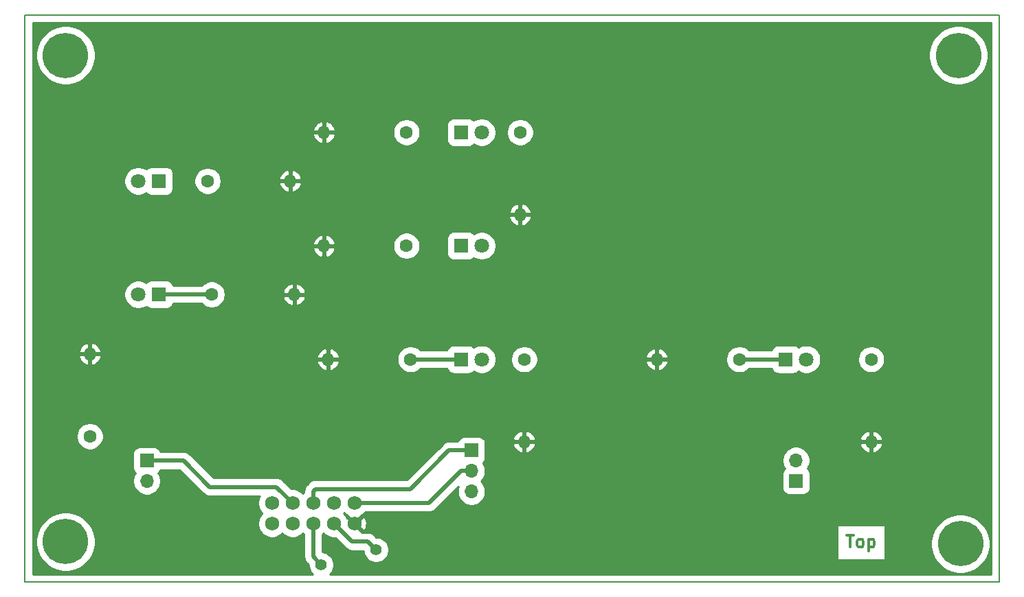
<source format=gbr>
%TF.GenerationSoftware,KiCad,Pcbnew,(5.1.6)-1*%
%TF.CreationDate,2021-09-18T15:37:18+02:00*%
%TF.ProjectId,Frontplate_v1,46726f6e-7470-46c6-9174-655f76312e6b,1*%
%TF.SameCoordinates,PX4e33880PY85099e0*%
%TF.FileFunction,Copper,L1,Top*%
%TF.FilePolarity,Positive*%
%FSLAX46Y46*%
G04 Gerber Fmt 4.6, Leading zero omitted, Abs format (unit mm)*
G04 Created by KiCad (PCBNEW (5.1.6)-1) date 2021-09-18 15:37:18*
%MOMM*%
%LPD*%
G01*
G04 APERTURE LIST*
%TA.AperFunction,NonConductor*%
%ADD10C,0.300000*%
%TD*%
%TA.AperFunction,Profile*%
%ADD11C,0.150000*%
%TD*%
%TA.AperFunction,ComponentPad*%
%ADD12C,1.750000*%
%TD*%
%TA.AperFunction,ComponentPad*%
%ADD13O,1.600000X1.600000*%
%TD*%
%TA.AperFunction,ComponentPad*%
%ADD14C,1.600000*%
%TD*%
%TA.AperFunction,ComponentPad*%
%ADD15O,1.700000X1.700000*%
%TD*%
%TA.AperFunction,ComponentPad*%
%ADD16R,1.700000X1.700000*%
%TD*%
%TA.AperFunction,ComponentPad*%
%ADD17C,1.800000*%
%TD*%
%TA.AperFunction,ComponentPad*%
%ADD18R,1.800000X1.800000*%
%TD*%
%TA.AperFunction,ComponentPad*%
%ADD19C,5.600000*%
%TD*%
%TA.AperFunction,ViaPad*%
%ADD20C,1.400000*%
%TD*%
%TA.AperFunction,Conductor*%
%ADD21C,0.500000*%
%TD*%
%TA.AperFunction,Conductor*%
%ADD22C,0.254000*%
%TD*%
G04 APERTURE END LIST*
D10*
X69214285Y-4678571D02*
X70071428Y-4678571D01*
X69642857Y-6178571D02*
X69642857Y-4678571D01*
X70785714Y-6178571D02*
X70642857Y-6107142D01*
X70571428Y-6035714D01*
X70500000Y-5892857D01*
X70500000Y-5464285D01*
X70571428Y-5321428D01*
X70642857Y-5250000D01*
X70785714Y-5178571D01*
X71000000Y-5178571D01*
X71142857Y-5250000D01*
X71214285Y-5321428D01*
X71285714Y-5464285D01*
X71285714Y-5892857D01*
X71214285Y-6035714D01*
X71142857Y-6107142D01*
X71000000Y-6178571D01*
X70785714Y-6178571D01*
X71928571Y-5178571D02*
X71928571Y-6678571D01*
X71928571Y-5250000D02*
X72071428Y-5178571D01*
X72357142Y-5178571D01*
X72500000Y-5250000D01*
X72571428Y-5321428D01*
X72642857Y-5464285D01*
X72642857Y-5892857D01*
X72571428Y-6035714D01*
X72500000Y-6107142D01*
X72357142Y-6178571D01*
X72071428Y-6178571D01*
X71928571Y-6107142D01*
D11*
X88000000Y59500000D02*
X-32000000Y59500000D01*
X88000000Y-10500000D02*
X88000000Y59500000D01*
X88000000Y-10500000D02*
X-32000000Y-10500000D01*
X-32000000Y-10500000D02*
X-32000000Y59500000D01*
D12*
X8580000Y-3270000D03*
X6040000Y-3270000D03*
X3500000Y-3270000D03*
X960000Y-3270000D03*
X-1580000Y-3270000D03*
X-1580000Y-730000D03*
X960000Y-730000D03*
X3500000Y-730000D03*
X6040000Y-730000D03*
X8580000Y-730000D03*
D13*
X72250000Y6840000D03*
D14*
X72250000Y17000000D03*
D13*
X45840000Y17000000D03*
D14*
X56000000Y17000000D03*
D15*
X63000000Y4540000D03*
D16*
X63000000Y2000000D03*
D17*
X64265000Y17000000D03*
D18*
X61725000Y17000000D03*
D19*
X83000000Y54500000D03*
X-27000000Y-5500000D03*
X83250000Y-5750000D03*
X-27000000Y54500000D03*
D15*
X-17000000Y1960000D03*
D16*
X-17000000Y4500000D03*
D13*
X1160000Y25000000D03*
D14*
X-9000000Y25000000D03*
D13*
X660000Y39000000D03*
D14*
X-9500000Y39000000D03*
D13*
X4840000Y31000000D03*
D14*
X15000000Y31000000D03*
D13*
X5340000Y17000000D03*
D14*
X15500000Y17000000D03*
D13*
X4840000Y45000000D03*
D14*
X15000000Y45000000D03*
D13*
X29500000Y6840000D03*
D14*
X29500000Y17000000D03*
D13*
X29000000Y34840000D03*
D14*
X29000000Y45000000D03*
D13*
X-24000000Y17660000D03*
D14*
X-24000000Y7500000D03*
D15*
X23000000Y670000D03*
X23000000Y3210000D03*
D16*
X23000000Y5750000D03*
D17*
X-18040000Y25000000D03*
D18*
X-15500000Y25000000D03*
D17*
X-18040000Y39000000D03*
D18*
X-15500000Y39000000D03*
D17*
X24265000Y31000000D03*
D18*
X21725000Y31000000D03*
D17*
X24265000Y17000000D03*
D18*
X21725000Y17000000D03*
D17*
X24265000Y45000000D03*
D18*
X21725000Y45000000D03*
D20*
X11250000Y-6500000D03*
X4500000Y-8350000D03*
D21*
X3500000Y750000D02*
X3500000Y-730000D01*
X3750000Y1000000D02*
X3500000Y750000D01*
X15500000Y1000000D02*
X3750000Y1000000D01*
X23000000Y5750000D02*
X20250000Y5750000D01*
X20250000Y5750000D02*
X15500000Y1000000D01*
X15500000Y17000000D02*
X21725000Y17000000D01*
X-9000000Y25000000D02*
X-15500000Y25000000D01*
X23000000Y3210000D02*
X21710000Y3210000D01*
X21710000Y3210000D02*
X17770000Y-730000D01*
X17770000Y-730000D02*
X8580000Y-730000D01*
X-12500000Y4500000D02*
X-17000000Y4500000D01*
X960000Y-730000D02*
X-1020000Y1250000D01*
X-9250000Y1250000D02*
X-12500000Y4500000D01*
X-1020000Y1250000D02*
X-9250000Y1250000D01*
X11250000Y-6500000D02*
X10250000Y-5500000D01*
X8270000Y-5500000D02*
X6040000Y-3270000D01*
X10250000Y-5500000D02*
X8270000Y-5500000D01*
X56000000Y17000000D02*
X61725000Y17000000D01*
X3500000Y-3270000D02*
X3500000Y-7350000D01*
X3500000Y-7350000D02*
X4500000Y-8350000D01*
D22*
G36*
X87048000Y-9548000D02*
G01*
X5532215Y-9548000D01*
X5724936Y-9355279D01*
X5897519Y-9096989D01*
X6016396Y-8809994D01*
X6077000Y-8505321D01*
X6077000Y-8194679D01*
X6016396Y-7890006D01*
X5897519Y-7603011D01*
X5724936Y-7344721D01*
X5505279Y-7125064D01*
X5246989Y-6952481D01*
X4959994Y-6833604D01*
X4655321Y-6773000D01*
X4627000Y-6773000D01*
X4627000Y-4620702D01*
X4770000Y-4477702D01*
X4923165Y-4630867D01*
X5210117Y-4822602D01*
X5528961Y-4954671D01*
X5867443Y-5022000D01*
X6198182Y-5022000D01*
X7433945Y-6257764D01*
X7469235Y-6300765D01*
X7512236Y-6336055D01*
X7512239Y-6336058D01*
X7640843Y-6441600D01*
X7836629Y-6546250D01*
X8049069Y-6610693D01*
X8214635Y-6627000D01*
X8214645Y-6627000D01*
X8269999Y-6632452D01*
X8325354Y-6627000D01*
X9673000Y-6627000D01*
X9673000Y-6655321D01*
X9733604Y-6959994D01*
X9852481Y-7246989D01*
X10025064Y-7505279D01*
X10244721Y-7724936D01*
X10503011Y-7897519D01*
X10790006Y-8016396D01*
X11094679Y-8077000D01*
X11405321Y-8077000D01*
X11709994Y-8016396D01*
X11996989Y-7897519D01*
X12255279Y-7724936D01*
X12474936Y-7505279D01*
X12647519Y-7246989D01*
X12766396Y-6959994D01*
X12827000Y-6655321D01*
X12827000Y-6344679D01*
X12766396Y-6040006D01*
X12647519Y-5753011D01*
X12474936Y-5494721D01*
X12255279Y-5275064D01*
X11996989Y-5102481D01*
X11709994Y-4983604D01*
X11405321Y-4923000D01*
X11266818Y-4923000D01*
X11086057Y-4742239D01*
X11050765Y-4699235D01*
X10879157Y-4558400D01*
X10683371Y-4453750D01*
X10470931Y-4389307D01*
X10305365Y-4373000D01*
X10305354Y-4373000D01*
X10250000Y-4367548D01*
X10194646Y-4373000D01*
X9428440Y-4373000D01*
X9446635Y-4316240D01*
X8580000Y-3449605D01*
X8565858Y-3463748D01*
X8386253Y-3284143D01*
X8400395Y-3270000D01*
X8759605Y-3270000D01*
X9626240Y-4136635D01*
X9877868Y-4055975D01*
X10006267Y-3787671D01*
X10079855Y-3499474D01*
X10081545Y-3468000D01*
X68044429Y-3468000D01*
X68044429Y-7772000D01*
X73955572Y-7772000D01*
X73955572Y-5387847D01*
X79573000Y-5387847D01*
X79573000Y-6112153D01*
X79714305Y-6822541D01*
X79991485Y-7491712D01*
X80393888Y-8093951D01*
X80906049Y-8606112D01*
X81508288Y-9008515D01*
X82177459Y-9285695D01*
X82887847Y-9427000D01*
X83612153Y-9427000D01*
X84322541Y-9285695D01*
X84991712Y-9008515D01*
X85593951Y-8606112D01*
X86106112Y-8093951D01*
X86508515Y-7491712D01*
X86785695Y-6822541D01*
X86927000Y-6112153D01*
X86927000Y-5387847D01*
X86785695Y-4677459D01*
X86508515Y-4008288D01*
X86106112Y-3406049D01*
X85593951Y-2893888D01*
X84991712Y-2491485D01*
X84322541Y-2214305D01*
X83612153Y-2073000D01*
X82887847Y-2073000D01*
X82177459Y-2214305D01*
X81508288Y-2491485D01*
X80906049Y-2893888D01*
X80393888Y-3406049D01*
X79991485Y-4008288D01*
X79714305Y-4677459D01*
X79573000Y-5387847D01*
X73955572Y-5387847D01*
X73955572Y-3468000D01*
X68044429Y-3468000D01*
X10081545Y-3468000D01*
X10095804Y-3202457D01*
X10053501Y-2908037D01*
X9954572Y-2627526D01*
X9877868Y-2484025D01*
X9626240Y-2403365D01*
X8759605Y-3270000D01*
X8400395Y-3270000D01*
X7608222Y-2477827D01*
X7592602Y-2440117D01*
X7400867Y-2153165D01*
X7247702Y-2000000D01*
X7310000Y-1937702D01*
X7463165Y-2090867D01*
X7750117Y-2282602D01*
X7787827Y-2298222D01*
X8580000Y-3090395D01*
X9372173Y-2298222D01*
X9409883Y-2282602D01*
X9696835Y-2090867D01*
X9930702Y-1857000D01*
X17714646Y-1857000D01*
X17770000Y-1862452D01*
X17825354Y-1857000D01*
X17825365Y-1857000D01*
X17990931Y-1840693D01*
X18203371Y-1776250D01*
X18399157Y-1671600D01*
X18570765Y-1530765D01*
X18606059Y-1487759D01*
X21390140Y1296321D01*
X21339368Y1173747D01*
X21273000Y840095D01*
X21273000Y499905D01*
X21339368Y166253D01*
X21469553Y-148041D01*
X21658552Y-430898D01*
X21899102Y-671448D01*
X22181959Y-860447D01*
X22496253Y-990632D01*
X22829905Y-1057000D01*
X23170095Y-1057000D01*
X23503747Y-990632D01*
X23818041Y-860447D01*
X24100898Y-671448D01*
X24341448Y-430898D01*
X24530447Y-148041D01*
X24660632Y166253D01*
X24727000Y499905D01*
X24727000Y840095D01*
X24660632Y1173747D01*
X24530447Y1488041D01*
X24341448Y1770898D01*
X24172346Y1940000D01*
X24341448Y2109102D01*
X24530447Y2391959D01*
X24660632Y2706253D01*
X24689225Y2850000D01*
X61268757Y2850000D01*
X61268757Y1150000D01*
X61285690Y978078D01*
X61335838Y812763D01*
X61417273Y660408D01*
X61526867Y526867D01*
X61660408Y417273D01*
X61812763Y335838D01*
X61978078Y285690D01*
X62150000Y268757D01*
X63850000Y268757D01*
X64021922Y285690D01*
X64187237Y335838D01*
X64339592Y417273D01*
X64473133Y526867D01*
X64582727Y660408D01*
X64664162Y812763D01*
X64714310Y978078D01*
X64731243Y1150000D01*
X64731243Y2850000D01*
X64714310Y3021922D01*
X64664162Y3187237D01*
X64582727Y3339592D01*
X64473133Y3473133D01*
X64402771Y3530878D01*
X64530447Y3721959D01*
X64660632Y4036253D01*
X64727000Y4369905D01*
X64727000Y4710095D01*
X64660632Y5043747D01*
X64530447Y5358041D01*
X64341448Y5640898D01*
X64100898Y5881448D01*
X63818041Y6070447D01*
X63503747Y6200632D01*
X63170095Y6267000D01*
X62829905Y6267000D01*
X62496253Y6200632D01*
X62181959Y6070447D01*
X61899102Y5881448D01*
X61658552Y5640898D01*
X61469553Y5358041D01*
X61339368Y5043747D01*
X61273000Y4710095D01*
X61273000Y4369905D01*
X61339368Y4036253D01*
X61469553Y3721959D01*
X61597229Y3530878D01*
X61526867Y3473133D01*
X61417273Y3339592D01*
X61335838Y3187237D01*
X61285690Y3021922D01*
X61268757Y2850000D01*
X24689225Y2850000D01*
X24727000Y3039905D01*
X24727000Y3380095D01*
X24660632Y3713747D01*
X24530447Y4028041D01*
X24402771Y4219122D01*
X24473133Y4276867D01*
X24582727Y4410408D01*
X24664162Y4562763D01*
X24714310Y4728078D01*
X24731243Y4900000D01*
X24731243Y6490960D01*
X28108091Y6490960D01*
X28202930Y6226119D01*
X28347615Y5984869D01*
X28536586Y5776481D01*
X28762580Y5608963D01*
X29016913Y5488754D01*
X29150961Y5448096D01*
X29373000Y5570085D01*
X29373000Y6713000D01*
X29627000Y6713000D01*
X29627000Y5570085D01*
X29849039Y5448096D01*
X29983087Y5488754D01*
X30237420Y5608963D01*
X30463414Y5776481D01*
X30652385Y5984869D01*
X30797070Y6226119D01*
X30891909Y6490960D01*
X70858091Y6490960D01*
X70952930Y6226119D01*
X71097615Y5984869D01*
X71286586Y5776481D01*
X71512580Y5608963D01*
X71766913Y5488754D01*
X71900961Y5448096D01*
X72123000Y5570085D01*
X72123000Y6713000D01*
X72377000Y6713000D01*
X72377000Y5570085D01*
X72599039Y5448096D01*
X72733087Y5488754D01*
X72987420Y5608963D01*
X73213414Y5776481D01*
X73402385Y5984869D01*
X73547070Y6226119D01*
X73641909Y6490960D01*
X73520624Y6713000D01*
X72377000Y6713000D01*
X72123000Y6713000D01*
X70979376Y6713000D01*
X70858091Y6490960D01*
X30891909Y6490960D01*
X30770624Y6713000D01*
X29627000Y6713000D01*
X29373000Y6713000D01*
X28229376Y6713000D01*
X28108091Y6490960D01*
X24731243Y6490960D01*
X24731243Y6600000D01*
X24714310Y6771922D01*
X24664162Y6937237D01*
X24582727Y7089592D01*
X24501113Y7189040D01*
X28108091Y7189040D01*
X28229376Y6967000D01*
X29373000Y6967000D01*
X29373000Y8109915D01*
X29627000Y8109915D01*
X29627000Y6967000D01*
X30770624Y6967000D01*
X30891909Y7189040D01*
X70858091Y7189040D01*
X70979376Y6967000D01*
X72123000Y6967000D01*
X72123000Y8109915D01*
X72377000Y8109915D01*
X72377000Y6967000D01*
X73520624Y6967000D01*
X73641909Y7189040D01*
X73547070Y7453881D01*
X73402385Y7695131D01*
X73213414Y7903519D01*
X72987420Y8071037D01*
X72733087Y8191246D01*
X72599039Y8231904D01*
X72377000Y8109915D01*
X72123000Y8109915D01*
X71900961Y8231904D01*
X71766913Y8191246D01*
X71512580Y8071037D01*
X71286586Y7903519D01*
X71097615Y7695131D01*
X70952930Y7453881D01*
X70858091Y7189040D01*
X30891909Y7189040D01*
X30797070Y7453881D01*
X30652385Y7695131D01*
X30463414Y7903519D01*
X30237420Y8071037D01*
X29983087Y8191246D01*
X29849039Y8231904D01*
X29627000Y8109915D01*
X29373000Y8109915D01*
X29150961Y8231904D01*
X29016913Y8191246D01*
X28762580Y8071037D01*
X28536586Y7903519D01*
X28347615Y7695131D01*
X28202930Y7453881D01*
X28108091Y7189040D01*
X24501113Y7189040D01*
X24473133Y7223133D01*
X24339592Y7332727D01*
X24187237Y7414162D01*
X24021922Y7464310D01*
X23850000Y7481243D01*
X22150000Y7481243D01*
X21978078Y7464310D01*
X21812763Y7414162D01*
X21660408Y7332727D01*
X21526867Y7223133D01*
X21417273Y7089592D01*
X21335838Y6937237D01*
X21317565Y6877000D01*
X20305354Y6877000D01*
X20249999Y6882452D01*
X20194645Y6877000D01*
X20194635Y6877000D01*
X20029069Y6860693D01*
X19816629Y6796250D01*
X19771115Y6771922D01*
X19620842Y6691600D01*
X19492239Y6586058D01*
X19492236Y6586055D01*
X19449235Y6550765D01*
X19413945Y6507764D01*
X15033182Y2127000D01*
X3805354Y2127000D01*
X3749999Y2132452D01*
X3694645Y2127000D01*
X3694635Y2127000D01*
X3529069Y2110693D01*
X3316629Y2046250D01*
X3120843Y1941600D01*
X2949235Y1800765D01*
X2913942Y1757760D01*
X2742242Y1586060D01*
X2699235Y1550765D01*
X2558400Y1379157D01*
X2453750Y1183370D01*
X2389307Y970930D01*
X2373000Y805364D01*
X2373000Y805354D01*
X2367548Y750000D01*
X2373000Y694646D01*
X2373000Y620702D01*
X2230000Y477702D01*
X2076835Y630867D01*
X1789883Y822602D01*
X1471039Y954671D01*
X1132557Y1022000D01*
X801819Y1022000D01*
X-183943Y2007761D01*
X-219235Y2050765D01*
X-390843Y2191600D01*
X-586629Y2296250D01*
X-799069Y2360693D01*
X-964635Y2377000D01*
X-964646Y2377000D01*
X-1020000Y2382452D01*
X-1075354Y2377000D01*
X-8783181Y2377000D01*
X-11663941Y5257759D01*
X-11699235Y5300765D01*
X-11870843Y5441600D01*
X-12066629Y5546250D01*
X-12279069Y5610693D01*
X-12444635Y5627000D01*
X-12444646Y5627000D01*
X-12500000Y5632452D01*
X-12555354Y5627000D01*
X-15317565Y5627000D01*
X-15335838Y5687237D01*
X-15417273Y5839592D01*
X-15526867Y5973133D01*
X-15660408Y6082727D01*
X-15812763Y6164162D01*
X-15978078Y6214310D01*
X-16150000Y6231243D01*
X-17850000Y6231243D01*
X-18021922Y6214310D01*
X-18187237Y6164162D01*
X-18339592Y6082727D01*
X-18473133Y5973133D01*
X-18582727Y5839592D01*
X-18664162Y5687237D01*
X-18714310Y5521922D01*
X-18731243Y5350000D01*
X-18731243Y3650000D01*
X-18714310Y3478078D01*
X-18664162Y3312763D01*
X-18582727Y3160408D01*
X-18473133Y3026867D01*
X-18402771Y2969122D01*
X-18530447Y2778041D01*
X-18660632Y2463747D01*
X-18727000Y2130095D01*
X-18727000Y1789905D01*
X-18660632Y1456253D01*
X-18530447Y1141959D01*
X-18341448Y859102D01*
X-18100898Y618552D01*
X-17818041Y429553D01*
X-17503747Y299368D01*
X-17170095Y233000D01*
X-16829905Y233000D01*
X-16496253Y299368D01*
X-16181959Y429553D01*
X-15899102Y618552D01*
X-15658552Y859102D01*
X-15469553Y1141959D01*
X-15339368Y1456253D01*
X-15273000Y1789905D01*
X-15273000Y2130095D01*
X-15339368Y2463747D01*
X-15469553Y2778041D01*
X-15597229Y2969122D01*
X-15526867Y3026867D01*
X-15417273Y3160408D01*
X-15335838Y3312763D01*
X-15317565Y3373000D01*
X-12966818Y3373000D01*
X-10086055Y492236D01*
X-10050765Y449235D01*
X-10007764Y413945D01*
X-10007761Y413942D01*
X-9955244Y370843D01*
X-9879157Y308400D01*
X-9683371Y203750D01*
X-9470931Y139307D01*
X-9305365Y123000D01*
X-9305355Y123000D01*
X-9250001Y117548D01*
X-9194646Y123000D01*
X-3117156Y123000D01*
X-3132602Y99883D01*
X-3264671Y-218961D01*
X-3332000Y-557443D01*
X-3332000Y-902557D01*
X-3264671Y-1241039D01*
X-3132602Y-1559883D01*
X-2940867Y-1846835D01*
X-2787702Y-2000000D01*
X-2940867Y-2153165D01*
X-3132602Y-2440117D01*
X-3264671Y-2758961D01*
X-3332000Y-3097443D01*
X-3332000Y-3442557D01*
X-3264671Y-3781039D01*
X-3132602Y-4099883D01*
X-2940867Y-4386835D01*
X-2696835Y-4630867D01*
X-2409883Y-4822602D01*
X-2091039Y-4954671D01*
X-1752557Y-5022000D01*
X-1407443Y-5022000D01*
X-1068961Y-4954671D01*
X-750117Y-4822602D01*
X-463165Y-4630867D01*
X-310000Y-4477702D01*
X-156835Y-4630867D01*
X130117Y-4822602D01*
X448961Y-4954671D01*
X787443Y-5022000D01*
X1132557Y-5022000D01*
X1471039Y-4954671D01*
X1789883Y-4822602D01*
X2076835Y-4630867D01*
X2230000Y-4477702D01*
X2373000Y-4620702D01*
X2373001Y-7294636D01*
X2367548Y-7350000D01*
X2373001Y-7405364D01*
X2373001Y-7405365D01*
X2389308Y-7570931D01*
X2401370Y-7610693D01*
X2453750Y-7783370D01*
X2558400Y-7979156D01*
X2663942Y-8107760D01*
X2663946Y-8107764D01*
X2699236Y-8150765D01*
X2742237Y-8186055D01*
X2923000Y-8366818D01*
X2923000Y-8505321D01*
X2983604Y-8809994D01*
X3102481Y-9096989D01*
X3275064Y-9355279D01*
X3467785Y-9548000D01*
X-31048000Y-9548000D01*
X-31048000Y-5137847D01*
X-30677000Y-5137847D01*
X-30677000Y-5862153D01*
X-30535695Y-6572541D01*
X-30258515Y-7241712D01*
X-29856112Y-7843951D01*
X-29343951Y-8356112D01*
X-28741712Y-8758515D01*
X-28072541Y-9035695D01*
X-27362153Y-9177000D01*
X-26637847Y-9177000D01*
X-25927459Y-9035695D01*
X-25258288Y-8758515D01*
X-24656049Y-8356112D01*
X-24143888Y-7843951D01*
X-23741485Y-7241712D01*
X-23464305Y-6572541D01*
X-23323000Y-5862153D01*
X-23323000Y-5137847D01*
X-23464305Y-4427459D01*
X-23741485Y-3758288D01*
X-24143888Y-3156049D01*
X-24656049Y-2643888D01*
X-25258288Y-2241485D01*
X-25927459Y-1964305D01*
X-26637847Y-1823000D01*
X-27362153Y-1823000D01*
X-28072541Y-1964305D01*
X-28741712Y-2241485D01*
X-29343951Y-2643888D01*
X-29856112Y-3156049D01*
X-30258515Y-3758288D01*
X-30535695Y-4427459D01*
X-30677000Y-5137847D01*
X-31048000Y-5137847D01*
X-31048000Y7665170D01*
X-25677000Y7665170D01*
X-25677000Y7334830D01*
X-25612554Y7010837D01*
X-25486138Y6705643D01*
X-25302611Y6430975D01*
X-25069025Y6197389D01*
X-24794357Y6013862D01*
X-24489163Y5887446D01*
X-24165170Y5823000D01*
X-23834830Y5823000D01*
X-23510837Y5887446D01*
X-23205643Y6013862D01*
X-22930975Y6197389D01*
X-22697389Y6430975D01*
X-22513862Y6705643D01*
X-22387446Y7010837D01*
X-22323000Y7334830D01*
X-22323000Y7665170D01*
X-22387446Y7989163D01*
X-22513862Y8294357D01*
X-22697389Y8569025D01*
X-22930975Y8802611D01*
X-23205643Y8986138D01*
X-23510837Y9112554D01*
X-23834830Y9177000D01*
X-24165170Y9177000D01*
X-24489163Y9112554D01*
X-24794357Y8986138D01*
X-25069025Y8802611D01*
X-25302611Y8569025D01*
X-25486138Y8294357D01*
X-25612554Y7989163D01*
X-25677000Y7665170D01*
X-31048000Y7665170D01*
X-31048000Y17310960D01*
X-25391909Y17310960D01*
X-25297070Y17046119D01*
X-25152385Y16804869D01*
X-24963414Y16596481D01*
X-24737420Y16428963D01*
X-24483087Y16308754D01*
X-24349039Y16268096D01*
X-24127000Y16390085D01*
X-24127000Y17533000D01*
X-23873000Y17533000D01*
X-23873000Y16390085D01*
X-23650961Y16268096D01*
X-23516913Y16308754D01*
X-23262580Y16428963D01*
X-23036586Y16596481D01*
X-22987183Y16650961D01*
X3948096Y16650961D01*
X3988754Y16516913D01*
X4108963Y16262580D01*
X4276481Y16036586D01*
X4484869Y15847615D01*
X4726119Y15702930D01*
X4990960Y15608091D01*
X5213000Y15729376D01*
X5213000Y16873000D01*
X5467000Y16873000D01*
X5467000Y15729376D01*
X5689040Y15608091D01*
X5953881Y15702930D01*
X6195131Y15847615D01*
X6403519Y16036586D01*
X6571037Y16262580D01*
X6691246Y16516913D01*
X6731904Y16650961D01*
X6609915Y16873000D01*
X5467000Y16873000D01*
X5213000Y16873000D01*
X4070085Y16873000D01*
X3948096Y16650961D01*
X-22987183Y16650961D01*
X-22847615Y16804869D01*
X-22702930Y17046119D01*
X-22608091Y17310960D01*
X-22628890Y17349039D01*
X3948096Y17349039D01*
X4070085Y17127000D01*
X5213000Y17127000D01*
X5213000Y18270624D01*
X5467000Y18270624D01*
X5467000Y17127000D01*
X6609915Y17127000D01*
X6630885Y17165170D01*
X13823000Y17165170D01*
X13823000Y16834830D01*
X13887446Y16510837D01*
X14013862Y16205643D01*
X14197389Y15930975D01*
X14430975Y15697389D01*
X14705643Y15513862D01*
X15010837Y15387446D01*
X15334830Y15323000D01*
X15665170Y15323000D01*
X15989163Y15387446D01*
X16294357Y15513862D01*
X16569025Y15697389D01*
X16744636Y15873000D01*
X19977398Y15873000D01*
X20010838Y15762763D01*
X20092273Y15610408D01*
X20201867Y15476867D01*
X20335408Y15367273D01*
X20487763Y15285838D01*
X20653078Y15235690D01*
X20825000Y15218757D01*
X22625000Y15218757D01*
X22796922Y15235690D01*
X22962237Y15285838D01*
X23114592Y15367273D01*
X23248133Y15476867D01*
X23282798Y15519107D01*
X23423275Y15425243D01*
X23746668Y15291289D01*
X24089981Y15223000D01*
X24440019Y15223000D01*
X24783332Y15291289D01*
X25106725Y15425243D01*
X25397771Y15619714D01*
X25645286Y15867229D01*
X25839757Y16158275D01*
X25973711Y16481668D01*
X26042000Y16824981D01*
X26042000Y17165170D01*
X27823000Y17165170D01*
X27823000Y16834830D01*
X27887446Y16510837D01*
X28013862Y16205643D01*
X28197389Y15930975D01*
X28430975Y15697389D01*
X28705643Y15513862D01*
X29010837Y15387446D01*
X29334830Y15323000D01*
X29665170Y15323000D01*
X29989163Y15387446D01*
X30294357Y15513862D01*
X30569025Y15697389D01*
X30802611Y15930975D01*
X30986138Y16205643D01*
X31112554Y16510837D01*
X31140426Y16650961D01*
X44448096Y16650961D01*
X44488754Y16516913D01*
X44608963Y16262580D01*
X44776481Y16036586D01*
X44984869Y15847615D01*
X45226119Y15702930D01*
X45490960Y15608091D01*
X45713000Y15729376D01*
X45713000Y16873000D01*
X45967000Y16873000D01*
X45967000Y15729376D01*
X46189040Y15608091D01*
X46453881Y15702930D01*
X46695131Y15847615D01*
X46903519Y16036586D01*
X47071037Y16262580D01*
X47191246Y16516913D01*
X47231904Y16650961D01*
X47109915Y16873000D01*
X45967000Y16873000D01*
X45713000Y16873000D01*
X44570085Y16873000D01*
X44448096Y16650961D01*
X31140426Y16650961D01*
X31177000Y16834830D01*
X31177000Y17165170D01*
X31140427Y17349039D01*
X44448096Y17349039D01*
X44570085Y17127000D01*
X45713000Y17127000D01*
X45713000Y18270624D01*
X45967000Y18270624D01*
X45967000Y17127000D01*
X47109915Y17127000D01*
X47130885Y17165170D01*
X54323000Y17165170D01*
X54323000Y16834830D01*
X54387446Y16510837D01*
X54513862Y16205643D01*
X54697389Y15930975D01*
X54930975Y15697389D01*
X55205643Y15513862D01*
X55510837Y15387446D01*
X55834830Y15323000D01*
X56165170Y15323000D01*
X56489163Y15387446D01*
X56794357Y15513862D01*
X57069025Y15697389D01*
X57244636Y15873000D01*
X59977398Y15873000D01*
X60010838Y15762763D01*
X60092273Y15610408D01*
X60201867Y15476867D01*
X60335408Y15367273D01*
X60487763Y15285838D01*
X60653078Y15235690D01*
X60825000Y15218757D01*
X62625000Y15218757D01*
X62796922Y15235690D01*
X62962237Y15285838D01*
X63114592Y15367273D01*
X63248133Y15476867D01*
X63282798Y15519107D01*
X63423275Y15425243D01*
X63746668Y15291289D01*
X64089981Y15223000D01*
X64440019Y15223000D01*
X64783332Y15291289D01*
X65106725Y15425243D01*
X65397771Y15619714D01*
X65645286Y15867229D01*
X65839757Y16158275D01*
X65973711Y16481668D01*
X66042000Y16824981D01*
X66042000Y17165170D01*
X70573000Y17165170D01*
X70573000Y16834830D01*
X70637446Y16510837D01*
X70763862Y16205643D01*
X70947389Y15930975D01*
X71180975Y15697389D01*
X71455643Y15513862D01*
X71760837Y15387446D01*
X72084830Y15323000D01*
X72415170Y15323000D01*
X72739163Y15387446D01*
X73044357Y15513862D01*
X73319025Y15697389D01*
X73552611Y15930975D01*
X73736138Y16205643D01*
X73862554Y16510837D01*
X73927000Y16834830D01*
X73927000Y17165170D01*
X73862554Y17489163D01*
X73736138Y17794357D01*
X73552611Y18069025D01*
X73319025Y18302611D01*
X73044357Y18486138D01*
X72739163Y18612554D01*
X72415170Y18677000D01*
X72084830Y18677000D01*
X71760837Y18612554D01*
X71455643Y18486138D01*
X71180975Y18302611D01*
X70947389Y18069025D01*
X70763862Y17794357D01*
X70637446Y17489163D01*
X70573000Y17165170D01*
X66042000Y17165170D01*
X66042000Y17175019D01*
X65973711Y17518332D01*
X65839757Y17841725D01*
X65645286Y18132771D01*
X65397771Y18380286D01*
X65106725Y18574757D01*
X64783332Y18708711D01*
X64440019Y18777000D01*
X64089981Y18777000D01*
X63746668Y18708711D01*
X63423275Y18574757D01*
X63282798Y18480893D01*
X63248133Y18523133D01*
X63114592Y18632727D01*
X62962237Y18714162D01*
X62796922Y18764310D01*
X62625000Y18781243D01*
X60825000Y18781243D01*
X60653078Y18764310D01*
X60487763Y18714162D01*
X60335408Y18632727D01*
X60201867Y18523133D01*
X60092273Y18389592D01*
X60010838Y18237237D01*
X59977398Y18127000D01*
X57244636Y18127000D01*
X57069025Y18302611D01*
X56794357Y18486138D01*
X56489163Y18612554D01*
X56165170Y18677000D01*
X55834830Y18677000D01*
X55510837Y18612554D01*
X55205643Y18486138D01*
X54930975Y18302611D01*
X54697389Y18069025D01*
X54513862Y17794357D01*
X54387446Y17489163D01*
X54323000Y17165170D01*
X47130885Y17165170D01*
X47231904Y17349039D01*
X47191246Y17483087D01*
X47071037Y17737420D01*
X46903519Y17963414D01*
X46695131Y18152385D01*
X46453881Y18297070D01*
X46189040Y18391909D01*
X45967000Y18270624D01*
X45713000Y18270624D01*
X45490960Y18391909D01*
X45226119Y18297070D01*
X44984869Y18152385D01*
X44776481Y17963414D01*
X44608963Y17737420D01*
X44488754Y17483087D01*
X44448096Y17349039D01*
X31140427Y17349039D01*
X31112554Y17489163D01*
X30986138Y17794357D01*
X30802611Y18069025D01*
X30569025Y18302611D01*
X30294357Y18486138D01*
X29989163Y18612554D01*
X29665170Y18677000D01*
X29334830Y18677000D01*
X29010837Y18612554D01*
X28705643Y18486138D01*
X28430975Y18302611D01*
X28197389Y18069025D01*
X28013862Y17794357D01*
X27887446Y17489163D01*
X27823000Y17165170D01*
X26042000Y17165170D01*
X26042000Y17175019D01*
X25973711Y17518332D01*
X25839757Y17841725D01*
X25645286Y18132771D01*
X25397771Y18380286D01*
X25106725Y18574757D01*
X24783332Y18708711D01*
X24440019Y18777000D01*
X24089981Y18777000D01*
X23746668Y18708711D01*
X23423275Y18574757D01*
X23282798Y18480893D01*
X23248133Y18523133D01*
X23114592Y18632727D01*
X22962237Y18714162D01*
X22796922Y18764310D01*
X22625000Y18781243D01*
X20825000Y18781243D01*
X20653078Y18764310D01*
X20487763Y18714162D01*
X20335408Y18632727D01*
X20201867Y18523133D01*
X20092273Y18389592D01*
X20010838Y18237237D01*
X19977398Y18127000D01*
X16744636Y18127000D01*
X16569025Y18302611D01*
X16294357Y18486138D01*
X15989163Y18612554D01*
X15665170Y18677000D01*
X15334830Y18677000D01*
X15010837Y18612554D01*
X14705643Y18486138D01*
X14430975Y18302611D01*
X14197389Y18069025D01*
X14013862Y17794357D01*
X13887446Y17489163D01*
X13823000Y17165170D01*
X6630885Y17165170D01*
X6731904Y17349039D01*
X6691246Y17483087D01*
X6571037Y17737420D01*
X6403519Y17963414D01*
X6195131Y18152385D01*
X5953881Y18297070D01*
X5689040Y18391909D01*
X5467000Y18270624D01*
X5213000Y18270624D01*
X4990960Y18391909D01*
X4726119Y18297070D01*
X4484869Y18152385D01*
X4276481Y17963414D01*
X4108963Y17737420D01*
X3988754Y17483087D01*
X3948096Y17349039D01*
X-22628890Y17349039D01*
X-22729376Y17533000D01*
X-23873000Y17533000D01*
X-24127000Y17533000D01*
X-25270624Y17533000D01*
X-25391909Y17310960D01*
X-31048000Y17310960D01*
X-31048000Y18009040D01*
X-25391909Y18009040D01*
X-25270624Y17787000D01*
X-24127000Y17787000D01*
X-24127000Y18929915D01*
X-23873000Y18929915D01*
X-23873000Y17787000D01*
X-22729376Y17787000D01*
X-22608091Y18009040D01*
X-22702930Y18273881D01*
X-22847615Y18515131D01*
X-23036586Y18723519D01*
X-23262580Y18891037D01*
X-23516913Y19011246D01*
X-23650961Y19051904D01*
X-23873000Y18929915D01*
X-24127000Y18929915D01*
X-24349039Y19051904D01*
X-24483087Y19011246D01*
X-24737420Y18891037D01*
X-24963414Y18723519D01*
X-25152385Y18515131D01*
X-25297070Y18273881D01*
X-25391909Y18009040D01*
X-31048000Y18009040D01*
X-31048000Y25175019D01*
X-19817000Y25175019D01*
X-19817000Y24824981D01*
X-19748711Y24481668D01*
X-19614757Y24158275D01*
X-19420286Y23867229D01*
X-19172771Y23619714D01*
X-18881725Y23425243D01*
X-18558332Y23291289D01*
X-18215019Y23223000D01*
X-17864981Y23223000D01*
X-17521668Y23291289D01*
X-17198275Y23425243D01*
X-17057798Y23519107D01*
X-17023133Y23476867D01*
X-16889592Y23367273D01*
X-16737237Y23285838D01*
X-16571922Y23235690D01*
X-16400000Y23218757D01*
X-14600000Y23218757D01*
X-14428078Y23235690D01*
X-14262763Y23285838D01*
X-14110408Y23367273D01*
X-13976867Y23476867D01*
X-13867273Y23610408D01*
X-13785838Y23762763D01*
X-13752398Y23873000D01*
X-10244636Y23873000D01*
X-10069025Y23697389D01*
X-9794357Y23513862D01*
X-9489163Y23387446D01*
X-9165170Y23323000D01*
X-8834830Y23323000D01*
X-8510837Y23387446D01*
X-8205643Y23513862D01*
X-7930975Y23697389D01*
X-7697389Y23930975D01*
X-7513862Y24205643D01*
X-7387446Y24510837D01*
X-7359574Y24650961D01*
X-231904Y24650961D01*
X-191246Y24516913D01*
X-71037Y24262580D01*
X96481Y24036586D01*
X304869Y23847615D01*
X546119Y23702930D01*
X810960Y23608091D01*
X1033000Y23729376D01*
X1033000Y24873000D01*
X1287000Y24873000D01*
X1287000Y23729376D01*
X1509040Y23608091D01*
X1773881Y23702930D01*
X2015131Y23847615D01*
X2223519Y24036586D01*
X2391037Y24262580D01*
X2511246Y24516913D01*
X2551904Y24650961D01*
X2429915Y24873000D01*
X1287000Y24873000D01*
X1033000Y24873000D01*
X-109915Y24873000D01*
X-231904Y24650961D01*
X-7359574Y24650961D01*
X-7323000Y24834830D01*
X-7323000Y25165170D01*
X-7359573Y25349039D01*
X-231904Y25349039D01*
X-109915Y25127000D01*
X1033000Y25127000D01*
X1033000Y26270624D01*
X1287000Y26270624D01*
X1287000Y25127000D01*
X2429915Y25127000D01*
X2551904Y25349039D01*
X2511246Y25483087D01*
X2391037Y25737420D01*
X2223519Y25963414D01*
X2015131Y26152385D01*
X1773881Y26297070D01*
X1509040Y26391909D01*
X1287000Y26270624D01*
X1033000Y26270624D01*
X810960Y26391909D01*
X546119Y26297070D01*
X304869Y26152385D01*
X96481Y25963414D01*
X-71037Y25737420D01*
X-191246Y25483087D01*
X-231904Y25349039D01*
X-7359573Y25349039D01*
X-7387446Y25489163D01*
X-7513862Y25794357D01*
X-7697389Y26069025D01*
X-7930975Y26302611D01*
X-8205643Y26486138D01*
X-8510837Y26612554D01*
X-8834830Y26677000D01*
X-9165170Y26677000D01*
X-9489163Y26612554D01*
X-9794357Y26486138D01*
X-10069025Y26302611D01*
X-10244636Y26127000D01*
X-13752398Y26127000D01*
X-13785838Y26237237D01*
X-13867273Y26389592D01*
X-13976867Y26523133D01*
X-14110408Y26632727D01*
X-14262763Y26714162D01*
X-14428078Y26764310D01*
X-14600000Y26781243D01*
X-16400000Y26781243D01*
X-16571922Y26764310D01*
X-16737237Y26714162D01*
X-16889592Y26632727D01*
X-17023133Y26523133D01*
X-17057798Y26480893D01*
X-17198275Y26574757D01*
X-17521668Y26708711D01*
X-17864981Y26777000D01*
X-18215019Y26777000D01*
X-18558332Y26708711D01*
X-18881725Y26574757D01*
X-19172771Y26380286D01*
X-19420286Y26132771D01*
X-19614757Y25841725D01*
X-19748711Y25518332D01*
X-19817000Y25175019D01*
X-31048000Y25175019D01*
X-31048000Y30650961D01*
X3448096Y30650961D01*
X3488754Y30516913D01*
X3608963Y30262580D01*
X3776481Y30036586D01*
X3984869Y29847615D01*
X4226119Y29702930D01*
X4490960Y29608091D01*
X4713000Y29729376D01*
X4713000Y30873000D01*
X4967000Y30873000D01*
X4967000Y29729376D01*
X5189040Y29608091D01*
X5453881Y29702930D01*
X5695131Y29847615D01*
X5903519Y30036586D01*
X6071037Y30262580D01*
X6191246Y30516913D01*
X6231904Y30650961D01*
X6109915Y30873000D01*
X4967000Y30873000D01*
X4713000Y30873000D01*
X3570085Y30873000D01*
X3448096Y30650961D01*
X-31048000Y30650961D01*
X-31048000Y31349039D01*
X3448096Y31349039D01*
X3570085Y31127000D01*
X4713000Y31127000D01*
X4713000Y32270624D01*
X4967000Y32270624D01*
X4967000Y31127000D01*
X6109915Y31127000D01*
X6130885Y31165170D01*
X13323000Y31165170D01*
X13323000Y30834830D01*
X13387446Y30510837D01*
X13513862Y30205643D01*
X13697389Y29930975D01*
X13930975Y29697389D01*
X14205643Y29513862D01*
X14510837Y29387446D01*
X14834830Y29323000D01*
X15165170Y29323000D01*
X15489163Y29387446D01*
X15794357Y29513862D01*
X16069025Y29697389D01*
X16302611Y29930975D01*
X16486138Y30205643D01*
X16612554Y30510837D01*
X16677000Y30834830D01*
X16677000Y31165170D01*
X16612554Y31489163D01*
X16486138Y31794357D01*
X16415550Y31900000D01*
X19943757Y31900000D01*
X19943757Y30100000D01*
X19960690Y29928078D01*
X20010838Y29762763D01*
X20092273Y29610408D01*
X20201867Y29476867D01*
X20335408Y29367273D01*
X20487763Y29285838D01*
X20653078Y29235690D01*
X20825000Y29218757D01*
X22625000Y29218757D01*
X22796922Y29235690D01*
X22962237Y29285838D01*
X23114592Y29367273D01*
X23248133Y29476867D01*
X23282798Y29519107D01*
X23423275Y29425243D01*
X23746668Y29291289D01*
X24089981Y29223000D01*
X24440019Y29223000D01*
X24783332Y29291289D01*
X25106725Y29425243D01*
X25397771Y29619714D01*
X25645286Y29867229D01*
X25839757Y30158275D01*
X25973711Y30481668D01*
X26042000Y30824981D01*
X26042000Y31175019D01*
X25973711Y31518332D01*
X25839757Y31841725D01*
X25645286Y32132771D01*
X25397771Y32380286D01*
X25106725Y32574757D01*
X24783332Y32708711D01*
X24440019Y32777000D01*
X24089981Y32777000D01*
X23746668Y32708711D01*
X23423275Y32574757D01*
X23282798Y32480893D01*
X23248133Y32523133D01*
X23114592Y32632727D01*
X22962237Y32714162D01*
X22796922Y32764310D01*
X22625000Y32781243D01*
X20825000Y32781243D01*
X20653078Y32764310D01*
X20487763Y32714162D01*
X20335408Y32632727D01*
X20201867Y32523133D01*
X20092273Y32389592D01*
X20010838Y32237237D01*
X19960690Y32071922D01*
X19943757Y31900000D01*
X16415550Y31900000D01*
X16302611Y32069025D01*
X16069025Y32302611D01*
X15794357Y32486138D01*
X15489163Y32612554D01*
X15165170Y32677000D01*
X14834830Y32677000D01*
X14510837Y32612554D01*
X14205643Y32486138D01*
X13930975Y32302611D01*
X13697389Y32069025D01*
X13513862Y31794357D01*
X13387446Y31489163D01*
X13323000Y31165170D01*
X6130885Y31165170D01*
X6231904Y31349039D01*
X6191246Y31483087D01*
X6071037Y31737420D01*
X5903519Y31963414D01*
X5695131Y32152385D01*
X5453881Y32297070D01*
X5189040Y32391909D01*
X4967000Y32270624D01*
X4713000Y32270624D01*
X4490960Y32391909D01*
X4226119Y32297070D01*
X3984869Y32152385D01*
X3776481Y31963414D01*
X3608963Y31737420D01*
X3488754Y31483087D01*
X3448096Y31349039D01*
X-31048000Y31349039D01*
X-31048000Y34490960D01*
X27608091Y34490960D01*
X27702930Y34226119D01*
X27847615Y33984869D01*
X28036586Y33776481D01*
X28262580Y33608963D01*
X28516913Y33488754D01*
X28650961Y33448096D01*
X28873000Y33570085D01*
X28873000Y34713000D01*
X29127000Y34713000D01*
X29127000Y33570085D01*
X29349039Y33448096D01*
X29483087Y33488754D01*
X29737420Y33608963D01*
X29963414Y33776481D01*
X30152385Y33984869D01*
X30297070Y34226119D01*
X30391909Y34490960D01*
X30270624Y34713000D01*
X29127000Y34713000D01*
X28873000Y34713000D01*
X27729376Y34713000D01*
X27608091Y34490960D01*
X-31048000Y34490960D01*
X-31048000Y35189040D01*
X27608091Y35189040D01*
X27729376Y34967000D01*
X28873000Y34967000D01*
X28873000Y36109915D01*
X29127000Y36109915D01*
X29127000Y34967000D01*
X30270624Y34967000D01*
X30391909Y35189040D01*
X30297070Y35453881D01*
X30152385Y35695131D01*
X29963414Y35903519D01*
X29737420Y36071037D01*
X29483087Y36191246D01*
X29349039Y36231904D01*
X29127000Y36109915D01*
X28873000Y36109915D01*
X28650961Y36231904D01*
X28516913Y36191246D01*
X28262580Y36071037D01*
X28036586Y35903519D01*
X27847615Y35695131D01*
X27702930Y35453881D01*
X27608091Y35189040D01*
X-31048000Y35189040D01*
X-31048000Y39175019D01*
X-19817000Y39175019D01*
X-19817000Y38824981D01*
X-19748711Y38481668D01*
X-19614757Y38158275D01*
X-19420286Y37867229D01*
X-19172771Y37619714D01*
X-18881725Y37425243D01*
X-18558332Y37291289D01*
X-18215019Y37223000D01*
X-17864981Y37223000D01*
X-17521668Y37291289D01*
X-17198275Y37425243D01*
X-17057798Y37519107D01*
X-17023133Y37476867D01*
X-16889592Y37367273D01*
X-16737237Y37285838D01*
X-16571922Y37235690D01*
X-16400000Y37218757D01*
X-14600000Y37218757D01*
X-14428078Y37235690D01*
X-14262763Y37285838D01*
X-14110408Y37367273D01*
X-13976867Y37476867D01*
X-13867273Y37610408D01*
X-13785838Y37762763D01*
X-13735690Y37928078D01*
X-13718757Y38100000D01*
X-13718757Y39165170D01*
X-11177000Y39165170D01*
X-11177000Y38834830D01*
X-11112554Y38510837D01*
X-10986138Y38205643D01*
X-10802611Y37930975D01*
X-10569025Y37697389D01*
X-10294357Y37513862D01*
X-9989163Y37387446D01*
X-9665170Y37323000D01*
X-9334830Y37323000D01*
X-9010837Y37387446D01*
X-8705643Y37513862D01*
X-8430975Y37697389D01*
X-8197389Y37930975D01*
X-8013862Y38205643D01*
X-7887446Y38510837D01*
X-7859574Y38650961D01*
X-731904Y38650961D01*
X-691246Y38516913D01*
X-571037Y38262580D01*
X-403519Y38036586D01*
X-195131Y37847615D01*
X46119Y37702930D01*
X310960Y37608091D01*
X533000Y37729376D01*
X533000Y38873000D01*
X787000Y38873000D01*
X787000Y37729376D01*
X1009040Y37608091D01*
X1273881Y37702930D01*
X1515131Y37847615D01*
X1723519Y38036586D01*
X1891037Y38262580D01*
X2011246Y38516913D01*
X2051904Y38650961D01*
X1929915Y38873000D01*
X787000Y38873000D01*
X533000Y38873000D01*
X-609915Y38873000D01*
X-731904Y38650961D01*
X-7859574Y38650961D01*
X-7823000Y38834830D01*
X-7823000Y39165170D01*
X-7859573Y39349039D01*
X-731904Y39349039D01*
X-609915Y39127000D01*
X533000Y39127000D01*
X533000Y40270624D01*
X787000Y40270624D01*
X787000Y39127000D01*
X1929915Y39127000D01*
X2051904Y39349039D01*
X2011246Y39483087D01*
X1891037Y39737420D01*
X1723519Y39963414D01*
X1515131Y40152385D01*
X1273881Y40297070D01*
X1009040Y40391909D01*
X787000Y40270624D01*
X533000Y40270624D01*
X310960Y40391909D01*
X46119Y40297070D01*
X-195131Y40152385D01*
X-403519Y39963414D01*
X-571037Y39737420D01*
X-691246Y39483087D01*
X-731904Y39349039D01*
X-7859573Y39349039D01*
X-7887446Y39489163D01*
X-8013862Y39794357D01*
X-8197389Y40069025D01*
X-8430975Y40302611D01*
X-8705643Y40486138D01*
X-9010837Y40612554D01*
X-9334830Y40677000D01*
X-9665170Y40677000D01*
X-9989163Y40612554D01*
X-10294357Y40486138D01*
X-10569025Y40302611D01*
X-10802611Y40069025D01*
X-10986138Y39794357D01*
X-11112554Y39489163D01*
X-11177000Y39165170D01*
X-13718757Y39165170D01*
X-13718757Y39900000D01*
X-13735690Y40071922D01*
X-13785838Y40237237D01*
X-13867273Y40389592D01*
X-13976867Y40523133D01*
X-14110408Y40632727D01*
X-14262763Y40714162D01*
X-14428078Y40764310D01*
X-14600000Y40781243D01*
X-16400000Y40781243D01*
X-16571922Y40764310D01*
X-16737237Y40714162D01*
X-16889592Y40632727D01*
X-17023133Y40523133D01*
X-17057798Y40480893D01*
X-17198275Y40574757D01*
X-17521668Y40708711D01*
X-17864981Y40777000D01*
X-18215019Y40777000D01*
X-18558332Y40708711D01*
X-18881725Y40574757D01*
X-19172771Y40380286D01*
X-19420286Y40132771D01*
X-19614757Y39841725D01*
X-19748711Y39518332D01*
X-19817000Y39175019D01*
X-31048000Y39175019D01*
X-31048000Y44650961D01*
X3448096Y44650961D01*
X3488754Y44516913D01*
X3608963Y44262580D01*
X3776481Y44036586D01*
X3984869Y43847615D01*
X4226119Y43702930D01*
X4490960Y43608091D01*
X4713000Y43729376D01*
X4713000Y44873000D01*
X4967000Y44873000D01*
X4967000Y43729376D01*
X5189040Y43608091D01*
X5453881Y43702930D01*
X5695131Y43847615D01*
X5903519Y44036586D01*
X6071037Y44262580D01*
X6191246Y44516913D01*
X6231904Y44650961D01*
X6109915Y44873000D01*
X4967000Y44873000D01*
X4713000Y44873000D01*
X3570085Y44873000D01*
X3448096Y44650961D01*
X-31048000Y44650961D01*
X-31048000Y45349039D01*
X3448096Y45349039D01*
X3570085Y45127000D01*
X4713000Y45127000D01*
X4713000Y46270624D01*
X4967000Y46270624D01*
X4967000Y45127000D01*
X6109915Y45127000D01*
X6130885Y45165170D01*
X13323000Y45165170D01*
X13323000Y44834830D01*
X13387446Y44510837D01*
X13513862Y44205643D01*
X13697389Y43930975D01*
X13930975Y43697389D01*
X14205643Y43513862D01*
X14510837Y43387446D01*
X14834830Y43323000D01*
X15165170Y43323000D01*
X15489163Y43387446D01*
X15794357Y43513862D01*
X16069025Y43697389D01*
X16302611Y43930975D01*
X16486138Y44205643D01*
X16612554Y44510837D01*
X16677000Y44834830D01*
X16677000Y45165170D01*
X16612554Y45489163D01*
X16486138Y45794357D01*
X16415550Y45900000D01*
X19943757Y45900000D01*
X19943757Y44100000D01*
X19960690Y43928078D01*
X20010838Y43762763D01*
X20092273Y43610408D01*
X20201867Y43476867D01*
X20335408Y43367273D01*
X20487763Y43285838D01*
X20653078Y43235690D01*
X20825000Y43218757D01*
X22625000Y43218757D01*
X22796922Y43235690D01*
X22962237Y43285838D01*
X23114592Y43367273D01*
X23248133Y43476867D01*
X23282798Y43519107D01*
X23423275Y43425243D01*
X23746668Y43291289D01*
X24089981Y43223000D01*
X24440019Y43223000D01*
X24783332Y43291289D01*
X25106725Y43425243D01*
X25397771Y43619714D01*
X25645286Y43867229D01*
X25839757Y44158275D01*
X25973711Y44481668D01*
X26042000Y44824981D01*
X26042000Y45165170D01*
X27323000Y45165170D01*
X27323000Y44834830D01*
X27387446Y44510837D01*
X27513862Y44205643D01*
X27697389Y43930975D01*
X27930975Y43697389D01*
X28205643Y43513862D01*
X28510837Y43387446D01*
X28834830Y43323000D01*
X29165170Y43323000D01*
X29489163Y43387446D01*
X29794357Y43513862D01*
X30069025Y43697389D01*
X30302611Y43930975D01*
X30486138Y44205643D01*
X30612554Y44510837D01*
X30677000Y44834830D01*
X30677000Y45165170D01*
X30612554Y45489163D01*
X30486138Y45794357D01*
X30302611Y46069025D01*
X30069025Y46302611D01*
X29794357Y46486138D01*
X29489163Y46612554D01*
X29165170Y46677000D01*
X28834830Y46677000D01*
X28510837Y46612554D01*
X28205643Y46486138D01*
X27930975Y46302611D01*
X27697389Y46069025D01*
X27513862Y45794357D01*
X27387446Y45489163D01*
X27323000Y45165170D01*
X26042000Y45165170D01*
X26042000Y45175019D01*
X25973711Y45518332D01*
X25839757Y45841725D01*
X25645286Y46132771D01*
X25397771Y46380286D01*
X25106725Y46574757D01*
X24783332Y46708711D01*
X24440019Y46777000D01*
X24089981Y46777000D01*
X23746668Y46708711D01*
X23423275Y46574757D01*
X23282798Y46480893D01*
X23248133Y46523133D01*
X23114592Y46632727D01*
X22962237Y46714162D01*
X22796922Y46764310D01*
X22625000Y46781243D01*
X20825000Y46781243D01*
X20653078Y46764310D01*
X20487763Y46714162D01*
X20335408Y46632727D01*
X20201867Y46523133D01*
X20092273Y46389592D01*
X20010838Y46237237D01*
X19960690Y46071922D01*
X19943757Y45900000D01*
X16415550Y45900000D01*
X16302611Y46069025D01*
X16069025Y46302611D01*
X15794357Y46486138D01*
X15489163Y46612554D01*
X15165170Y46677000D01*
X14834830Y46677000D01*
X14510837Y46612554D01*
X14205643Y46486138D01*
X13930975Y46302611D01*
X13697389Y46069025D01*
X13513862Y45794357D01*
X13387446Y45489163D01*
X13323000Y45165170D01*
X6130885Y45165170D01*
X6231904Y45349039D01*
X6191246Y45483087D01*
X6071037Y45737420D01*
X5903519Y45963414D01*
X5695131Y46152385D01*
X5453881Y46297070D01*
X5189040Y46391909D01*
X4967000Y46270624D01*
X4713000Y46270624D01*
X4490960Y46391909D01*
X4226119Y46297070D01*
X3984869Y46152385D01*
X3776481Y45963414D01*
X3608963Y45737420D01*
X3488754Y45483087D01*
X3448096Y45349039D01*
X-31048000Y45349039D01*
X-31048000Y54862153D01*
X-30677000Y54862153D01*
X-30677000Y54137847D01*
X-30535695Y53427459D01*
X-30258515Y52758288D01*
X-29856112Y52156049D01*
X-29343951Y51643888D01*
X-28741712Y51241485D01*
X-28072541Y50964305D01*
X-27362153Y50823000D01*
X-26637847Y50823000D01*
X-25927459Y50964305D01*
X-25258288Y51241485D01*
X-24656049Y51643888D01*
X-24143888Y52156049D01*
X-23741485Y52758288D01*
X-23464305Y53427459D01*
X-23323000Y54137847D01*
X-23323000Y54862153D01*
X79323000Y54862153D01*
X79323000Y54137847D01*
X79464305Y53427459D01*
X79741485Y52758288D01*
X80143888Y52156049D01*
X80656049Y51643888D01*
X81258288Y51241485D01*
X81927459Y50964305D01*
X82637847Y50823000D01*
X83362153Y50823000D01*
X84072541Y50964305D01*
X84741712Y51241485D01*
X85343951Y51643888D01*
X85856112Y52156049D01*
X86258515Y52758288D01*
X86535695Y53427459D01*
X86677000Y54137847D01*
X86677000Y54862153D01*
X86535695Y55572541D01*
X86258515Y56241712D01*
X85856112Y56843951D01*
X85343951Y57356112D01*
X84741712Y57758515D01*
X84072541Y58035695D01*
X83362153Y58177000D01*
X82637847Y58177000D01*
X81927459Y58035695D01*
X81258288Y57758515D01*
X80656049Y57356112D01*
X80143888Y56843951D01*
X79741485Y56241712D01*
X79464305Y55572541D01*
X79323000Y54862153D01*
X-23323000Y54862153D01*
X-23464305Y55572541D01*
X-23741485Y56241712D01*
X-24143888Y56843951D01*
X-24656049Y57356112D01*
X-25258288Y57758515D01*
X-25927459Y58035695D01*
X-26637847Y58177000D01*
X-27362153Y58177000D01*
X-28072541Y58035695D01*
X-28741712Y57758515D01*
X-29343951Y57356112D01*
X-29856112Y56843951D01*
X-30258515Y56241712D01*
X-30535695Y55572541D01*
X-30677000Y54862153D01*
X-31048000Y54862153D01*
X-31048000Y58548000D01*
X87048001Y58548000D01*
X87048000Y-9548000D01*
G37*
X87048000Y-9548000D02*
X5532215Y-9548000D01*
X5724936Y-9355279D01*
X5897519Y-9096989D01*
X6016396Y-8809994D01*
X6077000Y-8505321D01*
X6077000Y-8194679D01*
X6016396Y-7890006D01*
X5897519Y-7603011D01*
X5724936Y-7344721D01*
X5505279Y-7125064D01*
X5246989Y-6952481D01*
X4959994Y-6833604D01*
X4655321Y-6773000D01*
X4627000Y-6773000D01*
X4627000Y-4620702D01*
X4770000Y-4477702D01*
X4923165Y-4630867D01*
X5210117Y-4822602D01*
X5528961Y-4954671D01*
X5867443Y-5022000D01*
X6198182Y-5022000D01*
X7433945Y-6257764D01*
X7469235Y-6300765D01*
X7512236Y-6336055D01*
X7512239Y-6336058D01*
X7640843Y-6441600D01*
X7836629Y-6546250D01*
X8049069Y-6610693D01*
X8214635Y-6627000D01*
X8214645Y-6627000D01*
X8269999Y-6632452D01*
X8325354Y-6627000D01*
X9673000Y-6627000D01*
X9673000Y-6655321D01*
X9733604Y-6959994D01*
X9852481Y-7246989D01*
X10025064Y-7505279D01*
X10244721Y-7724936D01*
X10503011Y-7897519D01*
X10790006Y-8016396D01*
X11094679Y-8077000D01*
X11405321Y-8077000D01*
X11709994Y-8016396D01*
X11996989Y-7897519D01*
X12255279Y-7724936D01*
X12474936Y-7505279D01*
X12647519Y-7246989D01*
X12766396Y-6959994D01*
X12827000Y-6655321D01*
X12827000Y-6344679D01*
X12766396Y-6040006D01*
X12647519Y-5753011D01*
X12474936Y-5494721D01*
X12255279Y-5275064D01*
X11996989Y-5102481D01*
X11709994Y-4983604D01*
X11405321Y-4923000D01*
X11266818Y-4923000D01*
X11086057Y-4742239D01*
X11050765Y-4699235D01*
X10879157Y-4558400D01*
X10683371Y-4453750D01*
X10470931Y-4389307D01*
X10305365Y-4373000D01*
X10305354Y-4373000D01*
X10250000Y-4367548D01*
X10194646Y-4373000D01*
X9428440Y-4373000D01*
X9446635Y-4316240D01*
X8580000Y-3449605D01*
X8565858Y-3463748D01*
X8386253Y-3284143D01*
X8400395Y-3270000D01*
X8759605Y-3270000D01*
X9626240Y-4136635D01*
X9877868Y-4055975D01*
X10006267Y-3787671D01*
X10079855Y-3499474D01*
X10081545Y-3468000D01*
X68044429Y-3468000D01*
X68044429Y-7772000D01*
X73955572Y-7772000D01*
X73955572Y-5387847D01*
X79573000Y-5387847D01*
X79573000Y-6112153D01*
X79714305Y-6822541D01*
X79991485Y-7491712D01*
X80393888Y-8093951D01*
X80906049Y-8606112D01*
X81508288Y-9008515D01*
X82177459Y-9285695D01*
X82887847Y-9427000D01*
X83612153Y-9427000D01*
X84322541Y-9285695D01*
X84991712Y-9008515D01*
X85593951Y-8606112D01*
X86106112Y-8093951D01*
X86508515Y-7491712D01*
X86785695Y-6822541D01*
X86927000Y-6112153D01*
X86927000Y-5387847D01*
X86785695Y-4677459D01*
X86508515Y-4008288D01*
X86106112Y-3406049D01*
X85593951Y-2893888D01*
X84991712Y-2491485D01*
X84322541Y-2214305D01*
X83612153Y-2073000D01*
X82887847Y-2073000D01*
X82177459Y-2214305D01*
X81508288Y-2491485D01*
X80906049Y-2893888D01*
X80393888Y-3406049D01*
X79991485Y-4008288D01*
X79714305Y-4677459D01*
X79573000Y-5387847D01*
X73955572Y-5387847D01*
X73955572Y-3468000D01*
X68044429Y-3468000D01*
X10081545Y-3468000D01*
X10095804Y-3202457D01*
X10053501Y-2908037D01*
X9954572Y-2627526D01*
X9877868Y-2484025D01*
X9626240Y-2403365D01*
X8759605Y-3270000D01*
X8400395Y-3270000D01*
X7608222Y-2477827D01*
X7592602Y-2440117D01*
X7400867Y-2153165D01*
X7247702Y-2000000D01*
X7310000Y-1937702D01*
X7463165Y-2090867D01*
X7750117Y-2282602D01*
X7787827Y-2298222D01*
X8580000Y-3090395D01*
X9372173Y-2298222D01*
X9409883Y-2282602D01*
X9696835Y-2090867D01*
X9930702Y-1857000D01*
X17714646Y-1857000D01*
X17770000Y-1862452D01*
X17825354Y-1857000D01*
X17825365Y-1857000D01*
X17990931Y-1840693D01*
X18203371Y-1776250D01*
X18399157Y-1671600D01*
X18570765Y-1530765D01*
X18606059Y-1487759D01*
X21390140Y1296321D01*
X21339368Y1173747D01*
X21273000Y840095D01*
X21273000Y499905D01*
X21339368Y166253D01*
X21469553Y-148041D01*
X21658552Y-430898D01*
X21899102Y-671448D01*
X22181959Y-860447D01*
X22496253Y-990632D01*
X22829905Y-1057000D01*
X23170095Y-1057000D01*
X23503747Y-990632D01*
X23818041Y-860447D01*
X24100898Y-671448D01*
X24341448Y-430898D01*
X24530447Y-148041D01*
X24660632Y166253D01*
X24727000Y499905D01*
X24727000Y840095D01*
X24660632Y1173747D01*
X24530447Y1488041D01*
X24341448Y1770898D01*
X24172346Y1940000D01*
X24341448Y2109102D01*
X24530447Y2391959D01*
X24660632Y2706253D01*
X24689225Y2850000D01*
X61268757Y2850000D01*
X61268757Y1150000D01*
X61285690Y978078D01*
X61335838Y812763D01*
X61417273Y660408D01*
X61526867Y526867D01*
X61660408Y417273D01*
X61812763Y335838D01*
X61978078Y285690D01*
X62150000Y268757D01*
X63850000Y268757D01*
X64021922Y285690D01*
X64187237Y335838D01*
X64339592Y417273D01*
X64473133Y526867D01*
X64582727Y660408D01*
X64664162Y812763D01*
X64714310Y978078D01*
X64731243Y1150000D01*
X64731243Y2850000D01*
X64714310Y3021922D01*
X64664162Y3187237D01*
X64582727Y3339592D01*
X64473133Y3473133D01*
X64402771Y3530878D01*
X64530447Y3721959D01*
X64660632Y4036253D01*
X64727000Y4369905D01*
X64727000Y4710095D01*
X64660632Y5043747D01*
X64530447Y5358041D01*
X64341448Y5640898D01*
X64100898Y5881448D01*
X63818041Y6070447D01*
X63503747Y6200632D01*
X63170095Y6267000D01*
X62829905Y6267000D01*
X62496253Y6200632D01*
X62181959Y6070447D01*
X61899102Y5881448D01*
X61658552Y5640898D01*
X61469553Y5358041D01*
X61339368Y5043747D01*
X61273000Y4710095D01*
X61273000Y4369905D01*
X61339368Y4036253D01*
X61469553Y3721959D01*
X61597229Y3530878D01*
X61526867Y3473133D01*
X61417273Y3339592D01*
X61335838Y3187237D01*
X61285690Y3021922D01*
X61268757Y2850000D01*
X24689225Y2850000D01*
X24727000Y3039905D01*
X24727000Y3380095D01*
X24660632Y3713747D01*
X24530447Y4028041D01*
X24402771Y4219122D01*
X24473133Y4276867D01*
X24582727Y4410408D01*
X24664162Y4562763D01*
X24714310Y4728078D01*
X24731243Y4900000D01*
X24731243Y6490960D01*
X28108091Y6490960D01*
X28202930Y6226119D01*
X28347615Y5984869D01*
X28536586Y5776481D01*
X28762580Y5608963D01*
X29016913Y5488754D01*
X29150961Y5448096D01*
X29373000Y5570085D01*
X29373000Y6713000D01*
X29627000Y6713000D01*
X29627000Y5570085D01*
X29849039Y5448096D01*
X29983087Y5488754D01*
X30237420Y5608963D01*
X30463414Y5776481D01*
X30652385Y5984869D01*
X30797070Y6226119D01*
X30891909Y6490960D01*
X70858091Y6490960D01*
X70952930Y6226119D01*
X71097615Y5984869D01*
X71286586Y5776481D01*
X71512580Y5608963D01*
X71766913Y5488754D01*
X71900961Y5448096D01*
X72123000Y5570085D01*
X72123000Y6713000D01*
X72377000Y6713000D01*
X72377000Y5570085D01*
X72599039Y5448096D01*
X72733087Y5488754D01*
X72987420Y5608963D01*
X73213414Y5776481D01*
X73402385Y5984869D01*
X73547070Y6226119D01*
X73641909Y6490960D01*
X73520624Y6713000D01*
X72377000Y6713000D01*
X72123000Y6713000D01*
X70979376Y6713000D01*
X70858091Y6490960D01*
X30891909Y6490960D01*
X30770624Y6713000D01*
X29627000Y6713000D01*
X29373000Y6713000D01*
X28229376Y6713000D01*
X28108091Y6490960D01*
X24731243Y6490960D01*
X24731243Y6600000D01*
X24714310Y6771922D01*
X24664162Y6937237D01*
X24582727Y7089592D01*
X24501113Y7189040D01*
X28108091Y7189040D01*
X28229376Y6967000D01*
X29373000Y6967000D01*
X29373000Y8109915D01*
X29627000Y8109915D01*
X29627000Y6967000D01*
X30770624Y6967000D01*
X30891909Y7189040D01*
X70858091Y7189040D01*
X70979376Y6967000D01*
X72123000Y6967000D01*
X72123000Y8109915D01*
X72377000Y8109915D01*
X72377000Y6967000D01*
X73520624Y6967000D01*
X73641909Y7189040D01*
X73547070Y7453881D01*
X73402385Y7695131D01*
X73213414Y7903519D01*
X72987420Y8071037D01*
X72733087Y8191246D01*
X72599039Y8231904D01*
X72377000Y8109915D01*
X72123000Y8109915D01*
X71900961Y8231904D01*
X71766913Y8191246D01*
X71512580Y8071037D01*
X71286586Y7903519D01*
X71097615Y7695131D01*
X70952930Y7453881D01*
X70858091Y7189040D01*
X30891909Y7189040D01*
X30797070Y7453881D01*
X30652385Y7695131D01*
X30463414Y7903519D01*
X30237420Y8071037D01*
X29983087Y8191246D01*
X29849039Y8231904D01*
X29627000Y8109915D01*
X29373000Y8109915D01*
X29150961Y8231904D01*
X29016913Y8191246D01*
X28762580Y8071037D01*
X28536586Y7903519D01*
X28347615Y7695131D01*
X28202930Y7453881D01*
X28108091Y7189040D01*
X24501113Y7189040D01*
X24473133Y7223133D01*
X24339592Y7332727D01*
X24187237Y7414162D01*
X24021922Y7464310D01*
X23850000Y7481243D01*
X22150000Y7481243D01*
X21978078Y7464310D01*
X21812763Y7414162D01*
X21660408Y7332727D01*
X21526867Y7223133D01*
X21417273Y7089592D01*
X21335838Y6937237D01*
X21317565Y6877000D01*
X20305354Y6877000D01*
X20249999Y6882452D01*
X20194645Y6877000D01*
X20194635Y6877000D01*
X20029069Y6860693D01*
X19816629Y6796250D01*
X19771115Y6771922D01*
X19620842Y6691600D01*
X19492239Y6586058D01*
X19492236Y6586055D01*
X19449235Y6550765D01*
X19413945Y6507764D01*
X15033182Y2127000D01*
X3805354Y2127000D01*
X3749999Y2132452D01*
X3694645Y2127000D01*
X3694635Y2127000D01*
X3529069Y2110693D01*
X3316629Y2046250D01*
X3120843Y1941600D01*
X2949235Y1800765D01*
X2913942Y1757760D01*
X2742242Y1586060D01*
X2699235Y1550765D01*
X2558400Y1379157D01*
X2453750Y1183370D01*
X2389307Y970930D01*
X2373000Y805364D01*
X2373000Y805354D01*
X2367548Y750000D01*
X2373000Y694646D01*
X2373000Y620702D01*
X2230000Y477702D01*
X2076835Y630867D01*
X1789883Y822602D01*
X1471039Y954671D01*
X1132557Y1022000D01*
X801819Y1022000D01*
X-183943Y2007761D01*
X-219235Y2050765D01*
X-390843Y2191600D01*
X-586629Y2296250D01*
X-799069Y2360693D01*
X-964635Y2377000D01*
X-964646Y2377000D01*
X-1020000Y2382452D01*
X-1075354Y2377000D01*
X-8783181Y2377000D01*
X-11663941Y5257759D01*
X-11699235Y5300765D01*
X-11870843Y5441600D01*
X-12066629Y5546250D01*
X-12279069Y5610693D01*
X-12444635Y5627000D01*
X-12444646Y5627000D01*
X-12500000Y5632452D01*
X-12555354Y5627000D01*
X-15317565Y5627000D01*
X-15335838Y5687237D01*
X-15417273Y5839592D01*
X-15526867Y5973133D01*
X-15660408Y6082727D01*
X-15812763Y6164162D01*
X-15978078Y6214310D01*
X-16150000Y6231243D01*
X-17850000Y6231243D01*
X-18021922Y6214310D01*
X-18187237Y6164162D01*
X-18339592Y6082727D01*
X-18473133Y5973133D01*
X-18582727Y5839592D01*
X-18664162Y5687237D01*
X-18714310Y5521922D01*
X-18731243Y5350000D01*
X-18731243Y3650000D01*
X-18714310Y3478078D01*
X-18664162Y3312763D01*
X-18582727Y3160408D01*
X-18473133Y3026867D01*
X-18402771Y2969122D01*
X-18530447Y2778041D01*
X-18660632Y2463747D01*
X-18727000Y2130095D01*
X-18727000Y1789905D01*
X-18660632Y1456253D01*
X-18530447Y1141959D01*
X-18341448Y859102D01*
X-18100898Y618552D01*
X-17818041Y429553D01*
X-17503747Y299368D01*
X-17170095Y233000D01*
X-16829905Y233000D01*
X-16496253Y299368D01*
X-16181959Y429553D01*
X-15899102Y618552D01*
X-15658552Y859102D01*
X-15469553Y1141959D01*
X-15339368Y1456253D01*
X-15273000Y1789905D01*
X-15273000Y2130095D01*
X-15339368Y2463747D01*
X-15469553Y2778041D01*
X-15597229Y2969122D01*
X-15526867Y3026867D01*
X-15417273Y3160408D01*
X-15335838Y3312763D01*
X-15317565Y3373000D01*
X-12966818Y3373000D01*
X-10086055Y492236D01*
X-10050765Y449235D01*
X-10007764Y413945D01*
X-10007761Y413942D01*
X-9955244Y370843D01*
X-9879157Y308400D01*
X-9683371Y203750D01*
X-9470931Y139307D01*
X-9305365Y123000D01*
X-9305355Y123000D01*
X-9250001Y117548D01*
X-9194646Y123000D01*
X-3117156Y123000D01*
X-3132602Y99883D01*
X-3264671Y-218961D01*
X-3332000Y-557443D01*
X-3332000Y-902557D01*
X-3264671Y-1241039D01*
X-3132602Y-1559883D01*
X-2940867Y-1846835D01*
X-2787702Y-2000000D01*
X-2940867Y-2153165D01*
X-3132602Y-2440117D01*
X-3264671Y-2758961D01*
X-3332000Y-3097443D01*
X-3332000Y-3442557D01*
X-3264671Y-3781039D01*
X-3132602Y-4099883D01*
X-2940867Y-4386835D01*
X-2696835Y-4630867D01*
X-2409883Y-4822602D01*
X-2091039Y-4954671D01*
X-1752557Y-5022000D01*
X-1407443Y-5022000D01*
X-1068961Y-4954671D01*
X-750117Y-4822602D01*
X-463165Y-4630867D01*
X-310000Y-4477702D01*
X-156835Y-4630867D01*
X130117Y-4822602D01*
X448961Y-4954671D01*
X787443Y-5022000D01*
X1132557Y-5022000D01*
X1471039Y-4954671D01*
X1789883Y-4822602D01*
X2076835Y-4630867D01*
X2230000Y-4477702D01*
X2373000Y-4620702D01*
X2373001Y-7294636D01*
X2367548Y-7350000D01*
X2373001Y-7405364D01*
X2373001Y-7405365D01*
X2389308Y-7570931D01*
X2401370Y-7610693D01*
X2453750Y-7783370D01*
X2558400Y-7979156D01*
X2663942Y-8107760D01*
X2663946Y-8107764D01*
X2699236Y-8150765D01*
X2742237Y-8186055D01*
X2923000Y-8366818D01*
X2923000Y-8505321D01*
X2983604Y-8809994D01*
X3102481Y-9096989D01*
X3275064Y-9355279D01*
X3467785Y-9548000D01*
X-31048000Y-9548000D01*
X-31048000Y-5137847D01*
X-30677000Y-5137847D01*
X-30677000Y-5862153D01*
X-30535695Y-6572541D01*
X-30258515Y-7241712D01*
X-29856112Y-7843951D01*
X-29343951Y-8356112D01*
X-28741712Y-8758515D01*
X-28072541Y-9035695D01*
X-27362153Y-9177000D01*
X-26637847Y-9177000D01*
X-25927459Y-9035695D01*
X-25258288Y-8758515D01*
X-24656049Y-8356112D01*
X-24143888Y-7843951D01*
X-23741485Y-7241712D01*
X-23464305Y-6572541D01*
X-23323000Y-5862153D01*
X-23323000Y-5137847D01*
X-23464305Y-4427459D01*
X-23741485Y-3758288D01*
X-24143888Y-3156049D01*
X-24656049Y-2643888D01*
X-25258288Y-2241485D01*
X-25927459Y-1964305D01*
X-26637847Y-1823000D01*
X-27362153Y-1823000D01*
X-28072541Y-1964305D01*
X-28741712Y-2241485D01*
X-29343951Y-2643888D01*
X-29856112Y-3156049D01*
X-30258515Y-3758288D01*
X-30535695Y-4427459D01*
X-30677000Y-5137847D01*
X-31048000Y-5137847D01*
X-31048000Y7665170D01*
X-25677000Y7665170D01*
X-25677000Y7334830D01*
X-25612554Y7010837D01*
X-25486138Y6705643D01*
X-25302611Y6430975D01*
X-25069025Y6197389D01*
X-24794357Y6013862D01*
X-24489163Y5887446D01*
X-24165170Y5823000D01*
X-23834830Y5823000D01*
X-23510837Y5887446D01*
X-23205643Y6013862D01*
X-22930975Y6197389D01*
X-22697389Y6430975D01*
X-22513862Y6705643D01*
X-22387446Y7010837D01*
X-22323000Y7334830D01*
X-22323000Y7665170D01*
X-22387446Y7989163D01*
X-22513862Y8294357D01*
X-22697389Y8569025D01*
X-22930975Y8802611D01*
X-23205643Y8986138D01*
X-23510837Y9112554D01*
X-23834830Y9177000D01*
X-24165170Y9177000D01*
X-24489163Y9112554D01*
X-24794357Y8986138D01*
X-25069025Y8802611D01*
X-25302611Y8569025D01*
X-25486138Y8294357D01*
X-25612554Y7989163D01*
X-25677000Y7665170D01*
X-31048000Y7665170D01*
X-31048000Y17310960D01*
X-25391909Y17310960D01*
X-25297070Y17046119D01*
X-25152385Y16804869D01*
X-24963414Y16596481D01*
X-24737420Y16428963D01*
X-24483087Y16308754D01*
X-24349039Y16268096D01*
X-24127000Y16390085D01*
X-24127000Y17533000D01*
X-23873000Y17533000D01*
X-23873000Y16390085D01*
X-23650961Y16268096D01*
X-23516913Y16308754D01*
X-23262580Y16428963D01*
X-23036586Y16596481D01*
X-22987183Y16650961D01*
X3948096Y16650961D01*
X3988754Y16516913D01*
X4108963Y16262580D01*
X4276481Y16036586D01*
X4484869Y15847615D01*
X4726119Y15702930D01*
X4990960Y15608091D01*
X5213000Y15729376D01*
X5213000Y16873000D01*
X5467000Y16873000D01*
X5467000Y15729376D01*
X5689040Y15608091D01*
X5953881Y15702930D01*
X6195131Y15847615D01*
X6403519Y16036586D01*
X6571037Y16262580D01*
X6691246Y16516913D01*
X6731904Y16650961D01*
X6609915Y16873000D01*
X5467000Y16873000D01*
X5213000Y16873000D01*
X4070085Y16873000D01*
X3948096Y16650961D01*
X-22987183Y16650961D01*
X-22847615Y16804869D01*
X-22702930Y17046119D01*
X-22608091Y17310960D01*
X-22628890Y17349039D01*
X3948096Y17349039D01*
X4070085Y17127000D01*
X5213000Y17127000D01*
X5213000Y18270624D01*
X5467000Y18270624D01*
X5467000Y17127000D01*
X6609915Y17127000D01*
X6630885Y17165170D01*
X13823000Y17165170D01*
X13823000Y16834830D01*
X13887446Y16510837D01*
X14013862Y16205643D01*
X14197389Y15930975D01*
X14430975Y15697389D01*
X14705643Y15513862D01*
X15010837Y15387446D01*
X15334830Y15323000D01*
X15665170Y15323000D01*
X15989163Y15387446D01*
X16294357Y15513862D01*
X16569025Y15697389D01*
X16744636Y15873000D01*
X19977398Y15873000D01*
X20010838Y15762763D01*
X20092273Y15610408D01*
X20201867Y15476867D01*
X20335408Y15367273D01*
X20487763Y15285838D01*
X20653078Y15235690D01*
X20825000Y15218757D01*
X22625000Y15218757D01*
X22796922Y15235690D01*
X22962237Y15285838D01*
X23114592Y15367273D01*
X23248133Y15476867D01*
X23282798Y15519107D01*
X23423275Y15425243D01*
X23746668Y15291289D01*
X24089981Y15223000D01*
X24440019Y15223000D01*
X24783332Y15291289D01*
X25106725Y15425243D01*
X25397771Y15619714D01*
X25645286Y15867229D01*
X25839757Y16158275D01*
X25973711Y16481668D01*
X26042000Y16824981D01*
X26042000Y17165170D01*
X27823000Y17165170D01*
X27823000Y16834830D01*
X27887446Y16510837D01*
X28013862Y16205643D01*
X28197389Y15930975D01*
X28430975Y15697389D01*
X28705643Y15513862D01*
X29010837Y15387446D01*
X29334830Y15323000D01*
X29665170Y15323000D01*
X29989163Y15387446D01*
X30294357Y15513862D01*
X30569025Y15697389D01*
X30802611Y15930975D01*
X30986138Y16205643D01*
X31112554Y16510837D01*
X31140426Y16650961D01*
X44448096Y16650961D01*
X44488754Y16516913D01*
X44608963Y16262580D01*
X44776481Y16036586D01*
X44984869Y15847615D01*
X45226119Y15702930D01*
X45490960Y15608091D01*
X45713000Y15729376D01*
X45713000Y16873000D01*
X45967000Y16873000D01*
X45967000Y15729376D01*
X46189040Y15608091D01*
X46453881Y15702930D01*
X46695131Y15847615D01*
X46903519Y16036586D01*
X47071037Y16262580D01*
X47191246Y16516913D01*
X47231904Y16650961D01*
X47109915Y16873000D01*
X45967000Y16873000D01*
X45713000Y16873000D01*
X44570085Y16873000D01*
X44448096Y16650961D01*
X31140426Y16650961D01*
X31177000Y16834830D01*
X31177000Y17165170D01*
X31140427Y17349039D01*
X44448096Y17349039D01*
X44570085Y17127000D01*
X45713000Y17127000D01*
X45713000Y18270624D01*
X45967000Y18270624D01*
X45967000Y17127000D01*
X47109915Y17127000D01*
X47130885Y17165170D01*
X54323000Y17165170D01*
X54323000Y16834830D01*
X54387446Y16510837D01*
X54513862Y16205643D01*
X54697389Y15930975D01*
X54930975Y15697389D01*
X55205643Y15513862D01*
X55510837Y15387446D01*
X55834830Y15323000D01*
X56165170Y15323000D01*
X56489163Y15387446D01*
X56794357Y15513862D01*
X57069025Y15697389D01*
X57244636Y15873000D01*
X59977398Y15873000D01*
X60010838Y15762763D01*
X60092273Y15610408D01*
X60201867Y15476867D01*
X60335408Y15367273D01*
X60487763Y15285838D01*
X60653078Y15235690D01*
X60825000Y15218757D01*
X62625000Y15218757D01*
X62796922Y15235690D01*
X62962237Y15285838D01*
X63114592Y15367273D01*
X63248133Y15476867D01*
X63282798Y15519107D01*
X63423275Y15425243D01*
X63746668Y15291289D01*
X64089981Y15223000D01*
X64440019Y15223000D01*
X64783332Y15291289D01*
X65106725Y15425243D01*
X65397771Y15619714D01*
X65645286Y15867229D01*
X65839757Y16158275D01*
X65973711Y16481668D01*
X66042000Y16824981D01*
X66042000Y17165170D01*
X70573000Y17165170D01*
X70573000Y16834830D01*
X70637446Y16510837D01*
X70763862Y16205643D01*
X70947389Y15930975D01*
X71180975Y15697389D01*
X71455643Y15513862D01*
X71760837Y15387446D01*
X72084830Y15323000D01*
X72415170Y15323000D01*
X72739163Y15387446D01*
X73044357Y15513862D01*
X73319025Y15697389D01*
X73552611Y15930975D01*
X73736138Y16205643D01*
X73862554Y16510837D01*
X73927000Y16834830D01*
X73927000Y17165170D01*
X73862554Y17489163D01*
X73736138Y17794357D01*
X73552611Y18069025D01*
X73319025Y18302611D01*
X73044357Y18486138D01*
X72739163Y18612554D01*
X72415170Y18677000D01*
X72084830Y18677000D01*
X71760837Y18612554D01*
X71455643Y18486138D01*
X71180975Y18302611D01*
X70947389Y18069025D01*
X70763862Y17794357D01*
X70637446Y17489163D01*
X70573000Y17165170D01*
X66042000Y17165170D01*
X66042000Y17175019D01*
X65973711Y17518332D01*
X65839757Y17841725D01*
X65645286Y18132771D01*
X65397771Y18380286D01*
X65106725Y18574757D01*
X64783332Y18708711D01*
X64440019Y18777000D01*
X64089981Y18777000D01*
X63746668Y18708711D01*
X63423275Y18574757D01*
X63282798Y18480893D01*
X63248133Y18523133D01*
X63114592Y18632727D01*
X62962237Y18714162D01*
X62796922Y18764310D01*
X62625000Y18781243D01*
X60825000Y18781243D01*
X60653078Y18764310D01*
X60487763Y18714162D01*
X60335408Y18632727D01*
X60201867Y18523133D01*
X60092273Y18389592D01*
X60010838Y18237237D01*
X59977398Y18127000D01*
X57244636Y18127000D01*
X57069025Y18302611D01*
X56794357Y18486138D01*
X56489163Y18612554D01*
X56165170Y18677000D01*
X55834830Y18677000D01*
X55510837Y18612554D01*
X55205643Y18486138D01*
X54930975Y18302611D01*
X54697389Y18069025D01*
X54513862Y17794357D01*
X54387446Y17489163D01*
X54323000Y17165170D01*
X47130885Y17165170D01*
X47231904Y17349039D01*
X47191246Y17483087D01*
X47071037Y17737420D01*
X46903519Y17963414D01*
X46695131Y18152385D01*
X46453881Y18297070D01*
X46189040Y18391909D01*
X45967000Y18270624D01*
X45713000Y18270624D01*
X45490960Y18391909D01*
X45226119Y18297070D01*
X44984869Y18152385D01*
X44776481Y17963414D01*
X44608963Y17737420D01*
X44488754Y17483087D01*
X44448096Y17349039D01*
X31140427Y17349039D01*
X31112554Y17489163D01*
X30986138Y17794357D01*
X30802611Y18069025D01*
X30569025Y18302611D01*
X30294357Y18486138D01*
X29989163Y18612554D01*
X29665170Y18677000D01*
X29334830Y18677000D01*
X29010837Y18612554D01*
X28705643Y18486138D01*
X28430975Y18302611D01*
X28197389Y18069025D01*
X28013862Y17794357D01*
X27887446Y17489163D01*
X27823000Y17165170D01*
X26042000Y17165170D01*
X26042000Y17175019D01*
X25973711Y17518332D01*
X25839757Y17841725D01*
X25645286Y18132771D01*
X25397771Y18380286D01*
X25106725Y18574757D01*
X24783332Y18708711D01*
X24440019Y18777000D01*
X24089981Y18777000D01*
X23746668Y18708711D01*
X23423275Y18574757D01*
X23282798Y18480893D01*
X23248133Y18523133D01*
X23114592Y18632727D01*
X22962237Y18714162D01*
X22796922Y18764310D01*
X22625000Y18781243D01*
X20825000Y18781243D01*
X20653078Y18764310D01*
X20487763Y18714162D01*
X20335408Y18632727D01*
X20201867Y18523133D01*
X20092273Y18389592D01*
X20010838Y18237237D01*
X19977398Y18127000D01*
X16744636Y18127000D01*
X16569025Y18302611D01*
X16294357Y18486138D01*
X15989163Y18612554D01*
X15665170Y18677000D01*
X15334830Y18677000D01*
X15010837Y18612554D01*
X14705643Y18486138D01*
X14430975Y18302611D01*
X14197389Y18069025D01*
X14013862Y17794357D01*
X13887446Y17489163D01*
X13823000Y17165170D01*
X6630885Y17165170D01*
X6731904Y17349039D01*
X6691246Y17483087D01*
X6571037Y17737420D01*
X6403519Y17963414D01*
X6195131Y18152385D01*
X5953881Y18297070D01*
X5689040Y18391909D01*
X5467000Y18270624D01*
X5213000Y18270624D01*
X4990960Y18391909D01*
X4726119Y18297070D01*
X4484869Y18152385D01*
X4276481Y17963414D01*
X4108963Y17737420D01*
X3988754Y17483087D01*
X3948096Y17349039D01*
X-22628890Y17349039D01*
X-22729376Y17533000D01*
X-23873000Y17533000D01*
X-24127000Y17533000D01*
X-25270624Y17533000D01*
X-25391909Y17310960D01*
X-31048000Y17310960D01*
X-31048000Y18009040D01*
X-25391909Y18009040D01*
X-25270624Y17787000D01*
X-24127000Y17787000D01*
X-24127000Y18929915D01*
X-23873000Y18929915D01*
X-23873000Y17787000D01*
X-22729376Y17787000D01*
X-22608091Y18009040D01*
X-22702930Y18273881D01*
X-22847615Y18515131D01*
X-23036586Y18723519D01*
X-23262580Y18891037D01*
X-23516913Y19011246D01*
X-23650961Y19051904D01*
X-23873000Y18929915D01*
X-24127000Y18929915D01*
X-24349039Y19051904D01*
X-24483087Y19011246D01*
X-24737420Y18891037D01*
X-24963414Y18723519D01*
X-25152385Y18515131D01*
X-25297070Y18273881D01*
X-25391909Y18009040D01*
X-31048000Y18009040D01*
X-31048000Y25175019D01*
X-19817000Y25175019D01*
X-19817000Y24824981D01*
X-19748711Y24481668D01*
X-19614757Y24158275D01*
X-19420286Y23867229D01*
X-19172771Y23619714D01*
X-18881725Y23425243D01*
X-18558332Y23291289D01*
X-18215019Y23223000D01*
X-17864981Y23223000D01*
X-17521668Y23291289D01*
X-17198275Y23425243D01*
X-17057798Y23519107D01*
X-17023133Y23476867D01*
X-16889592Y23367273D01*
X-16737237Y23285838D01*
X-16571922Y23235690D01*
X-16400000Y23218757D01*
X-14600000Y23218757D01*
X-14428078Y23235690D01*
X-14262763Y23285838D01*
X-14110408Y23367273D01*
X-13976867Y23476867D01*
X-13867273Y23610408D01*
X-13785838Y23762763D01*
X-13752398Y23873000D01*
X-10244636Y23873000D01*
X-10069025Y23697389D01*
X-9794357Y23513862D01*
X-9489163Y23387446D01*
X-9165170Y23323000D01*
X-8834830Y23323000D01*
X-8510837Y23387446D01*
X-8205643Y23513862D01*
X-7930975Y23697389D01*
X-7697389Y23930975D01*
X-7513862Y24205643D01*
X-7387446Y24510837D01*
X-7359574Y24650961D01*
X-231904Y24650961D01*
X-191246Y24516913D01*
X-71037Y24262580D01*
X96481Y24036586D01*
X304869Y23847615D01*
X546119Y23702930D01*
X810960Y23608091D01*
X1033000Y23729376D01*
X1033000Y24873000D01*
X1287000Y24873000D01*
X1287000Y23729376D01*
X1509040Y23608091D01*
X1773881Y23702930D01*
X2015131Y23847615D01*
X2223519Y24036586D01*
X2391037Y24262580D01*
X2511246Y24516913D01*
X2551904Y24650961D01*
X2429915Y24873000D01*
X1287000Y24873000D01*
X1033000Y24873000D01*
X-109915Y24873000D01*
X-231904Y24650961D01*
X-7359574Y24650961D01*
X-7323000Y24834830D01*
X-7323000Y25165170D01*
X-7359573Y25349039D01*
X-231904Y25349039D01*
X-109915Y25127000D01*
X1033000Y25127000D01*
X1033000Y26270624D01*
X1287000Y26270624D01*
X1287000Y25127000D01*
X2429915Y25127000D01*
X2551904Y25349039D01*
X2511246Y25483087D01*
X2391037Y25737420D01*
X2223519Y25963414D01*
X2015131Y26152385D01*
X1773881Y26297070D01*
X1509040Y26391909D01*
X1287000Y26270624D01*
X1033000Y26270624D01*
X810960Y26391909D01*
X546119Y26297070D01*
X304869Y26152385D01*
X96481Y25963414D01*
X-71037Y25737420D01*
X-191246Y25483087D01*
X-231904Y25349039D01*
X-7359573Y25349039D01*
X-7387446Y25489163D01*
X-7513862Y25794357D01*
X-7697389Y26069025D01*
X-7930975Y26302611D01*
X-8205643Y26486138D01*
X-8510837Y26612554D01*
X-8834830Y26677000D01*
X-9165170Y26677000D01*
X-9489163Y26612554D01*
X-9794357Y26486138D01*
X-10069025Y26302611D01*
X-10244636Y26127000D01*
X-13752398Y26127000D01*
X-13785838Y26237237D01*
X-13867273Y26389592D01*
X-13976867Y26523133D01*
X-14110408Y26632727D01*
X-14262763Y26714162D01*
X-14428078Y26764310D01*
X-14600000Y26781243D01*
X-16400000Y26781243D01*
X-16571922Y26764310D01*
X-16737237Y26714162D01*
X-16889592Y26632727D01*
X-17023133Y26523133D01*
X-17057798Y26480893D01*
X-17198275Y26574757D01*
X-17521668Y26708711D01*
X-17864981Y26777000D01*
X-18215019Y26777000D01*
X-18558332Y26708711D01*
X-18881725Y26574757D01*
X-19172771Y26380286D01*
X-19420286Y26132771D01*
X-19614757Y25841725D01*
X-19748711Y25518332D01*
X-19817000Y25175019D01*
X-31048000Y25175019D01*
X-31048000Y30650961D01*
X3448096Y30650961D01*
X3488754Y30516913D01*
X3608963Y30262580D01*
X3776481Y30036586D01*
X3984869Y29847615D01*
X4226119Y29702930D01*
X4490960Y29608091D01*
X4713000Y29729376D01*
X4713000Y30873000D01*
X4967000Y30873000D01*
X4967000Y29729376D01*
X5189040Y29608091D01*
X5453881Y29702930D01*
X5695131Y29847615D01*
X5903519Y30036586D01*
X6071037Y30262580D01*
X6191246Y30516913D01*
X6231904Y30650961D01*
X6109915Y30873000D01*
X4967000Y30873000D01*
X4713000Y30873000D01*
X3570085Y30873000D01*
X3448096Y30650961D01*
X-31048000Y30650961D01*
X-31048000Y31349039D01*
X3448096Y31349039D01*
X3570085Y31127000D01*
X4713000Y31127000D01*
X4713000Y32270624D01*
X4967000Y32270624D01*
X4967000Y31127000D01*
X6109915Y31127000D01*
X6130885Y31165170D01*
X13323000Y31165170D01*
X13323000Y30834830D01*
X13387446Y30510837D01*
X13513862Y30205643D01*
X13697389Y29930975D01*
X13930975Y29697389D01*
X14205643Y29513862D01*
X14510837Y29387446D01*
X14834830Y29323000D01*
X15165170Y29323000D01*
X15489163Y29387446D01*
X15794357Y29513862D01*
X16069025Y29697389D01*
X16302611Y29930975D01*
X16486138Y30205643D01*
X16612554Y30510837D01*
X16677000Y30834830D01*
X16677000Y31165170D01*
X16612554Y31489163D01*
X16486138Y31794357D01*
X16415550Y31900000D01*
X19943757Y31900000D01*
X19943757Y30100000D01*
X19960690Y29928078D01*
X20010838Y29762763D01*
X20092273Y29610408D01*
X20201867Y29476867D01*
X20335408Y29367273D01*
X20487763Y29285838D01*
X20653078Y29235690D01*
X20825000Y29218757D01*
X22625000Y29218757D01*
X22796922Y29235690D01*
X22962237Y29285838D01*
X23114592Y29367273D01*
X23248133Y29476867D01*
X23282798Y29519107D01*
X23423275Y29425243D01*
X23746668Y29291289D01*
X24089981Y29223000D01*
X24440019Y29223000D01*
X24783332Y29291289D01*
X25106725Y29425243D01*
X25397771Y29619714D01*
X25645286Y29867229D01*
X25839757Y30158275D01*
X25973711Y30481668D01*
X26042000Y30824981D01*
X26042000Y31175019D01*
X25973711Y31518332D01*
X25839757Y31841725D01*
X25645286Y32132771D01*
X25397771Y32380286D01*
X25106725Y32574757D01*
X24783332Y32708711D01*
X24440019Y32777000D01*
X24089981Y32777000D01*
X23746668Y32708711D01*
X23423275Y32574757D01*
X23282798Y32480893D01*
X23248133Y32523133D01*
X23114592Y32632727D01*
X22962237Y32714162D01*
X22796922Y32764310D01*
X22625000Y32781243D01*
X20825000Y32781243D01*
X20653078Y32764310D01*
X20487763Y32714162D01*
X20335408Y32632727D01*
X20201867Y32523133D01*
X20092273Y32389592D01*
X20010838Y32237237D01*
X19960690Y32071922D01*
X19943757Y31900000D01*
X16415550Y31900000D01*
X16302611Y32069025D01*
X16069025Y32302611D01*
X15794357Y32486138D01*
X15489163Y32612554D01*
X15165170Y32677000D01*
X14834830Y32677000D01*
X14510837Y32612554D01*
X14205643Y32486138D01*
X13930975Y32302611D01*
X13697389Y32069025D01*
X13513862Y31794357D01*
X13387446Y31489163D01*
X13323000Y31165170D01*
X6130885Y31165170D01*
X6231904Y31349039D01*
X6191246Y31483087D01*
X6071037Y31737420D01*
X5903519Y31963414D01*
X5695131Y32152385D01*
X5453881Y32297070D01*
X5189040Y32391909D01*
X4967000Y32270624D01*
X4713000Y32270624D01*
X4490960Y32391909D01*
X4226119Y32297070D01*
X3984869Y32152385D01*
X3776481Y31963414D01*
X3608963Y31737420D01*
X3488754Y31483087D01*
X3448096Y31349039D01*
X-31048000Y31349039D01*
X-31048000Y34490960D01*
X27608091Y34490960D01*
X27702930Y34226119D01*
X27847615Y33984869D01*
X28036586Y33776481D01*
X28262580Y33608963D01*
X28516913Y33488754D01*
X28650961Y33448096D01*
X28873000Y33570085D01*
X28873000Y34713000D01*
X29127000Y34713000D01*
X29127000Y33570085D01*
X29349039Y33448096D01*
X29483087Y33488754D01*
X29737420Y33608963D01*
X29963414Y33776481D01*
X30152385Y33984869D01*
X30297070Y34226119D01*
X30391909Y34490960D01*
X30270624Y34713000D01*
X29127000Y34713000D01*
X28873000Y34713000D01*
X27729376Y34713000D01*
X27608091Y34490960D01*
X-31048000Y34490960D01*
X-31048000Y35189040D01*
X27608091Y35189040D01*
X27729376Y34967000D01*
X28873000Y34967000D01*
X28873000Y36109915D01*
X29127000Y36109915D01*
X29127000Y34967000D01*
X30270624Y34967000D01*
X30391909Y35189040D01*
X30297070Y35453881D01*
X30152385Y35695131D01*
X29963414Y35903519D01*
X29737420Y36071037D01*
X29483087Y36191246D01*
X29349039Y36231904D01*
X29127000Y36109915D01*
X28873000Y36109915D01*
X28650961Y36231904D01*
X28516913Y36191246D01*
X28262580Y36071037D01*
X28036586Y35903519D01*
X27847615Y35695131D01*
X27702930Y35453881D01*
X27608091Y35189040D01*
X-31048000Y35189040D01*
X-31048000Y39175019D01*
X-19817000Y39175019D01*
X-19817000Y38824981D01*
X-19748711Y38481668D01*
X-19614757Y38158275D01*
X-19420286Y37867229D01*
X-19172771Y37619714D01*
X-18881725Y37425243D01*
X-18558332Y37291289D01*
X-18215019Y37223000D01*
X-17864981Y37223000D01*
X-17521668Y37291289D01*
X-17198275Y37425243D01*
X-17057798Y37519107D01*
X-17023133Y37476867D01*
X-16889592Y37367273D01*
X-16737237Y37285838D01*
X-16571922Y37235690D01*
X-16400000Y37218757D01*
X-14600000Y37218757D01*
X-14428078Y37235690D01*
X-14262763Y37285838D01*
X-14110408Y37367273D01*
X-13976867Y37476867D01*
X-13867273Y37610408D01*
X-13785838Y37762763D01*
X-13735690Y37928078D01*
X-13718757Y38100000D01*
X-13718757Y39165170D01*
X-11177000Y39165170D01*
X-11177000Y38834830D01*
X-11112554Y38510837D01*
X-10986138Y38205643D01*
X-10802611Y37930975D01*
X-10569025Y37697389D01*
X-10294357Y37513862D01*
X-9989163Y37387446D01*
X-9665170Y37323000D01*
X-9334830Y37323000D01*
X-9010837Y37387446D01*
X-8705643Y37513862D01*
X-8430975Y37697389D01*
X-8197389Y37930975D01*
X-8013862Y38205643D01*
X-7887446Y38510837D01*
X-7859574Y38650961D01*
X-731904Y38650961D01*
X-691246Y38516913D01*
X-571037Y38262580D01*
X-403519Y38036586D01*
X-195131Y37847615D01*
X46119Y37702930D01*
X310960Y37608091D01*
X533000Y37729376D01*
X533000Y38873000D01*
X787000Y38873000D01*
X787000Y37729376D01*
X1009040Y37608091D01*
X1273881Y37702930D01*
X1515131Y37847615D01*
X1723519Y38036586D01*
X1891037Y38262580D01*
X2011246Y38516913D01*
X2051904Y38650961D01*
X1929915Y38873000D01*
X787000Y38873000D01*
X533000Y38873000D01*
X-609915Y38873000D01*
X-731904Y38650961D01*
X-7859574Y38650961D01*
X-7823000Y38834830D01*
X-7823000Y39165170D01*
X-7859573Y39349039D01*
X-731904Y39349039D01*
X-609915Y39127000D01*
X533000Y39127000D01*
X533000Y40270624D01*
X787000Y40270624D01*
X787000Y39127000D01*
X1929915Y39127000D01*
X2051904Y39349039D01*
X2011246Y39483087D01*
X1891037Y39737420D01*
X1723519Y39963414D01*
X1515131Y40152385D01*
X1273881Y40297070D01*
X1009040Y40391909D01*
X787000Y40270624D01*
X533000Y40270624D01*
X310960Y40391909D01*
X46119Y40297070D01*
X-195131Y40152385D01*
X-403519Y39963414D01*
X-571037Y39737420D01*
X-691246Y39483087D01*
X-731904Y39349039D01*
X-7859573Y39349039D01*
X-7887446Y39489163D01*
X-8013862Y39794357D01*
X-8197389Y40069025D01*
X-8430975Y40302611D01*
X-8705643Y40486138D01*
X-9010837Y40612554D01*
X-9334830Y40677000D01*
X-9665170Y40677000D01*
X-9989163Y40612554D01*
X-10294357Y40486138D01*
X-10569025Y40302611D01*
X-10802611Y40069025D01*
X-10986138Y39794357D01*
X-11112554Y39489163D01*
X-11177000Y39165170D01*
X-13718757Y39165170D01*
X-13718757Y39900000D01*
X-13735690Y40071922D01*
X-13785838Y40237237D01*
X-13867273Y40389592D01*
X-13976867Y40523133D01*
X-14110408Y40632727D01*
X-14262763Y40714162D01*
X-14428078Y40764310D01*
X-14600000Y40781243D01*
X-16400000Y40781243D01*
X-16571922Y40764310D01*
X-16737237Y40714162D01*
X-16889592Y40632727D01*
X-17023133Y40523133D01*
X-17057798Y40480893D01*
X-17198275Y40574757D01*
X-17521668Y40708711D01*
X-17864981Y40777000D01*
X-18215019Y40777000D01*
X-18558332Y40708711D01*
X-18881725Y40574757D01*
X-19172771Y40380286D01*
X-19420286Y40132771D01*
X-19614757Y39841725D01*
X-19748711Y39518332D01*
X-19817000Y39175019D01*
X-31048000Y39175019D01*
X-31048000Y44650961D01*
X3448096Y44650961D01*
X3488754Y44516913D01*
X3608963Y44262580D01*
X3776481Y44036586D01*
X3984869Y43847615D01*
X4226119Y43702930D01*
X4490960Y43608091D01*
X4713000Y43729376D01*
X4713000Y44873000D01*
X4967000Y44873000D01*
X4967000Y43729376D01*
X5189040Y43608091D01*
X5453881Y43702930D01*
X5695131Y43847615D01*
X5903519Y44036586D01*
X6071037Y44262580D01*
X6191246Y44516913D01*
X6231904Y44650961D01*
X6109915Y44873000D01*
X4967000Y44873000D01*
X4713000Y44873000D01*
X3570085Y44873000D01*
X3448096Y44650961D01*
X-31048000Y44650961D01*
X-31048000Y45349039D01*
X3448096Y45349039D01*
X3570085Y45127000D01*
X4713000Y45127000D01*
X4713000Y46270624D01*
X4967000Y46270624D01*
X4967000Y45127000D01*
X6109915Y45127000D01*
X6130885Y45165170D01*
X13323000Y45165170D01*
X13323000Y44834830D01*
X13387446Y44510837D01*
X13513862Y44205643D01*
X13697389Y43930975D01*
X13930975Y43697389D01*
X14205643Y43513862D01*
X14510837Y43387446D01*
X14834830Y43323000D01*
X15165170Y43323000D01*
X15489163Y43387446D01*
X15794357Y43513862D01*
X16069025Y43697389D01*
X16302611Y43930975D01*
X16486138Y44205643D01*
X16612554Y44510837D01*
X16677000Y44834830D01*
X16677000Y45165170D01*
X16612554Y45489163D01*
X16486138Y45794357D01*
X16415550Y45900000D01*
X19943757Y45900000D01*
X19943757Y44100000D01*
X19960690Y43928078D01*
X20010838Y43762763D01*
X20092273Y43610408D01*
X20201867Y43476867D01*
X20335408Y43367273D01*
X20487763Y43285838D01*
X20653078Y43235690D01*
X20825000Y43218757D01*
X22625000Y43218757D01*
X22796922Y43235690D01*
X22962237Y43285838D01*
X23114592Y43367273D01*
X23248133Y43476867D01*
X23282798Y43519107D01*
X23423275Y43425243D01*
X23746668Y43291289D01*
X24089981Y43223000D01*
X24440019Y43223000D01*
X24783332Y43291289D01*
X25106725Y43425243D01*
X25397771Y43619714D01*
X25645286Y43867229D01*
X25839757Y44158275D01*
X25973711Y44481668D01*
X26042000Y44824981D01*
X26042000Y45165170D01*
X27323000Y45165170D01*
X27323000Y44834830D01*
X27387446Y44510837D01*
X27513862Y44205643D01*
X27697389Y43930975D01*
X27930975Y43697389D01*
X28205643Y43513862D01*
X28510837Y43387446D01*
X28834830Y43323000D01*
X29165170Y43323000D01*
X29489163Y43387446D01*
X29794357Y43513862D01*
X30069025Y43697389D01*
X30302611Y43930975D01*
X30486138Y44205643D01*
X30612554Y44510837D01*
X30677000Y44834830D01*
X30677000Y45165170D01*
X30612554Y45489163D01*
X30486138Y45794357D01*
X30302611Y46069025D01*
X30069025Y46302611D01*
X29794357Y46486138D01*
X29489163Y46612554D01*
X29165170Y46677000D01*
X28834830Y46677000D01*
X28510837Y46612554D01*
X28205643Y46486138D01*
X27930975Y46302611D01*
X27697389Y46069025D01*
X27513862Y45794357D01*
X27387446Y45489163D01*
X27323000Y45165170D01*
X26042000Y45165170D01*
X26042000Y45175019D01*
X25973711Y45518332D01*
X25839757Y45841725D01*
X25645286Y46132771D01*
X25397771Y46380286D01*
X25106725Y46574757D01*
X24783332Y46708711D01*
X24440019Y46777000D01*
X24089981Y46777000D01*
X23746668Y46708711D01*
X23423275Y46574757D01*
X23282798Y46480893D01*
X23248133Y46523133D01*
X23114592Y46632727D01*
X22962237Y46714162D01*
X22796922Y46764310D01*
X22625000Y46781243D01*
X20825000Y46781243D01*
X20653078Y46764310D01*
X20487763Y46714162D01*
X20335408Y46632727D01*
X20201867Y46523133D01*
X20092273Y46389592D01*
X20010838Y46237237D01*
X19960690Y46071922D01*
X19943757Y45900000D01*
X16415550Y45900000D01*
X16302611Y46069025D01*
X16069025Y46302611D01*
X15794357Y46486138D01*
X15489163Y46612554D01*
X15165170Y46677000D01*
X14834830Y46677000D01*
X14510837Y46612554D01*
X14205643Y46486138D01*
X13930975Y46302611D01*
X13697389Y46069025D01*
X13513862Y45794357D01*
X13387446Y45489163D01*
X13323000Y45165170D01*
X6130885Y45165170D01*
X6231904Y45349039D01*
X6191246Y45483087D01*
X6071037Y45737420D01*
X5903519Y45963414D01*
X5695131Y46152385D01*
X5453881Y46297070D01*
X5189040Y46391909D01*
X4967000Y46270624D01*
X4713000Y46270624D01*
X4490960Y46391909D01*
X4226119Y46297070D01*
X3984869Y46152385D01*
X3776481Y45963414D01*
X3608963Y45737420D01*
X3488754Y45483087D01*
X3448096Y45349039D01*
X-31048000Y45349039D01*
X-31048000Y54862153D01*
X-30677000Y54862153D01*
X-30677000Y54137847D01*
X-30535695Y53427459D01*
X-30258515Y52758288D01*
X-29856112Y52156049D01*
X-29343951Y51643888D01*
X-28741712Y51241485D01*
X-28072541Y50964305D01*
X-27362153Y50823000D01*
X-26637847Y50823000D01*
X-25927459Y50964305D01*
X-25258288Y51241485D01*
X-24656049Y51643888D01*
X-24143888Y52156049D01*
X-23741485Y52758288D01*
X-23464305Y53427459D01*
X-23323000Y54137847D01*
X-23323000Y54862153D01*
X79323000Y54862153D01*
X79323000Y54137847D01*
X79464305Y53427459D01*
X79741485Y52758288D01*
X80143888Y52156049D01*
X80656049Y51643888D01*
X81258288Y51241485D01*
X81927459Y50964305D01*
X82637847Y50823000D01*
X83362153Y50823000D01*
X84072541Y50964305D01*
X84741712Y51241485D01*
X85343951Y51643888D01*
X85856112Y52156049D01*
X86258515Y52758288D01*
X86535695Y53427459D01*
X86677000Y54137847D01*
X86677000Y54862153D01*
X86535695Y55572541D01*
X86258515Y56241712D01*
X85856112Y56843951D01*
X85343951Y57356112D01*
X84741712Y57758515D01*
X84072541Y58035695D01*
X83362153Y58177000D01*
X82637847Y58177000D01*
X81927459Y58035695D01*
X81258288Y57758515D01*
X80656049Y57356112D01*
X80143888Y56843951D01*
X79741485Y56241712D01*
X79464305Y55572541D01*
X79323000Y54862153D01*
X-23323000Y54862153D01*
X-23464305Y55572541D01*
X-23741485Y56241712D01*
X-24143888Y56843951D01*
X-24656049Y57356112D01*
X-25258288Y57758515D01*
X-25927459Y58035695D01*
X-26637847Y58177000D01*
X-27362153Y58177000D01*
X-28072541Y58035695D01*
X-28741712Y57758515D01*
X-29343951Y57356112D01*
X-29856112Y56843951D01*
X-30258515Y56241712D01*
X-30535695Y55572541D01*
X-30677000Y54862153D01*
X-31048000Y54862153D01*
X-31048000Y58548000D01*
X87048001Y58548000D01*
X87048000Y-9548000D01*
M02*

</source>
